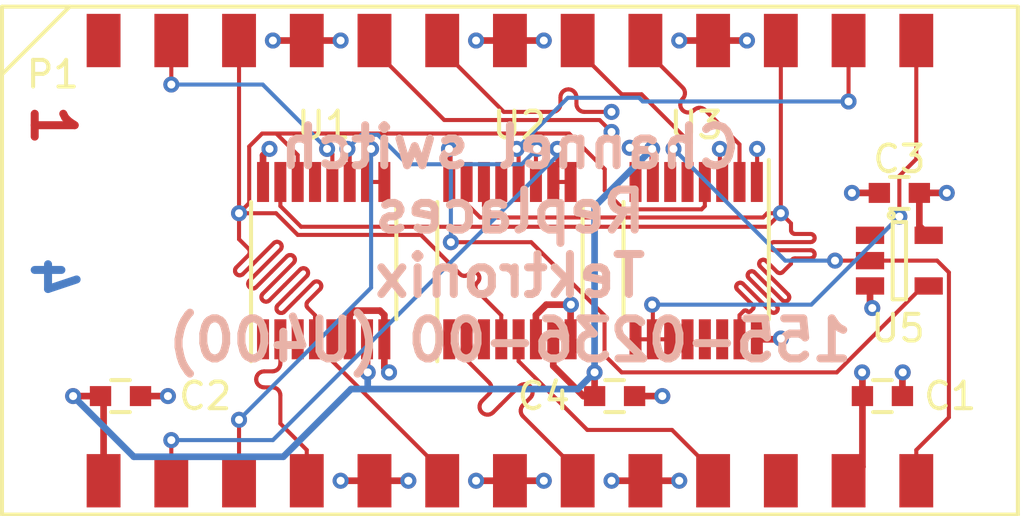
<source format=kicad_pcb>
(kicad_pcb (version 4) (host pcbnew 4.0.2-2.fc24-product)

  (general
    (links 56)
    (no_connects 0)
    (area 85.089499 87.629499 123.190501 106.680501)
    (thickness 1.2)
    (drawings 9)
    (tracks 793)
    (zones 0)
    (modules 9)
    (nets 32)
  )

  (page A4)
  (layers
    (0 F.Cu signal)
    (1 In1.Cu power)
    (2 In2.Cu power)
    (31 B.Cu signal)
    (32 B.Adhes user)
    (33 F.Adhes user)
    (34 B.Paste user)
    (35 F.Paste user)
    (36 B.SilkS user)
    (37 F.SilkS user)
    (38 B.Mask user)
    (39 F.Mask user)
    (40 Dwgs.User user)
    (41 Cmts.User user)
    (42 Eco1.User user)
    (43 Eco2.User user)
    (44 Edge.Cuts user)
    (45 Margin user)
    (46 B.CrtYd user)
    (47 F.CrtYd user)
    (48 B.Fab user)
    (49 F.Fab user)
  )

  (setup
    (last_trace_width 0.25)
    (trace_clearance 0.2)
    (zone_clearance 0.3)
    (zone_45_only no)
    (trace_min 0.1524)
    (segment_width 0.2)
    (edge_width 0.15)
    (via_size 0.6)
    (via_drill 0.3)
    (via_min_size 0.4)
    (via_min_drill 0.3)
    (blind_buried_vias_allowed yes)
    (uvia_size 0.3)
    (uvia_drill 0.1)
    (uvias_allowed no)
    (uvia_min_size 0.2)
    (uvia_min_drill 0.1)
    (pcb_text_width 0.3)
    (pcb_text_size 1.5 1.5)
    (mod_edge_width 0.15)
    (mod_text_size 1 1)
    (mod_text_width 0.15)
    (pad_size 1.524 1.524)
    (pad_drill 0.762)
    (pad_to_mask_clearance 0.1524)
    (aux_axis_origin 0 0)
    (grid_origin 129.54 127)
    (visible_elements FFFFFF7F)
    (pcbplotparams
      (layerselection 0x00030_80000001)
      (usegerberextensions false)
      (excludeedgelayer true)
      (linewidth 0.100000)
      (plotframeref false)
      (viasonmask false)
      (mode 1)
      (useauxorigin false)
      (hpglpennumber 1)
      (hpglpenspeed 20)
      (hpglpendiameter 15)
      (hpglpenoverlay 2)
      (psnegative false)
      (psa4output false)
      (plotreference true)
      (plotvalue true)
      (plotinvisibletext false)
      (padsonsilk false)
      (subtractmaskfromsilk false)
      (outputformat 1)
      (mirror false)
      (drillshape 0)
      (scaleselection 1)
      (outputdirectory ""))
  )

  (net 0 "")
  (net 1 /CH_5-)
  (net 2 /OUT-)
  (net 3 GND)
  (net 4 /CH_4-)
  (net 5 /CH_4+)
  (net 6 /CH_3-)
  (net 7 /CH_3+)
  (net 8 /OUT+)
  (net 9 /CH_5+)
  (net 10 /~VS3)
  (net 11 /~VS4)
  (net 12 VCC)
  (net 13 /CH_2-)
  (net 14 /CH_2+)
  (net 15 /CH_1-)
  (net 16 /CH_1+)
  (net 17 /~VS1)
  (net 18 /~VS2)
  (net 19 VEE)
  (net 20 /~CH5_SEL)
  (net 21 /I_BIAS)
  (net 22 /HF_ADJ)
  (net 23 "Net-(U1-Pad1)")
  (net 24 "Net-(U1-Pad3)")
  (net 25 "Net-(U1-Pad13)")
  (net 26 "Net-(U2-Pad1)")
  (net 27 "Net-(U2-Pad3)")
  (net 28 "Net-(U2-Pad13)")
  (net 29 "Net-(U3-Pad12)")
  (net 30 "Net-(U3-Pad13)")
  (net 31 "Net-(U3-Pad14)")

  (net_class Default "This is the default net class."
    (clearance 0.2)
    (trace_width 0.25)
    (via_dia 0.6)
    (via_drill 0.3)
    (uvia_dia 0.3)
    (uvia_drill 0.1)
    (add_net /HF_ADJ)
    (add_net /I_BIAS)
    (add_net GND)
    (add_net "Net-(U1-Pad1)")
    (add_net "Net-(U1-Pad13)")
    (add_net "Net-(U1-Pad3)")
    (add_net "Net-(U2-Pad1)")
    (add_net "Net-(U2-Pad13)")
    (add_net "Net-(U2-Pad3)")
    (add_net "Net-(U3-Pad12)")
    (add_net "Net-(U3-Pad13)")
    (add_net "Net-(U3-Pad14)")
    (add_net VCC)
    (add_net VEE)
  )

  (net_class Differentials ""
    (clearance 0.1524)
    (trace_width 0.1524)
    (via_dia 0.6)
    (via_drill 0.3)
    (uvia_dia 0.3)
    (uvia_drill 0.1)
    (add_net /CH_1+)
    (add_net /CH_1-)
    (add_net /CH_2+)
    (add_net /CH_2-)
    (add_net /CH_3+)
    (add_net /CH_3-)
    (add_net /CH_4+)
    (add_net /CH_4-)
    (add_net /CH_5+)
    (add_net /CH_5-)
    (add_net /OUT+)
    (add_net /OUT-)
  )

  (net_class Logic ""
    (clearance 0.1524)
    (trace_width 0.1524)
    (via_dia 0.6)
    (via_drill 0.3)
    (uvia_dia 0.3)
    (uvia_drill 0.1)
    (add_net /~CH5_SEL)
    (add_net /~VS1)
    (add_net /~VS2)
    (add_net /~VS3)
    (add_net /~VS4)
  )

  (module Housings_SSOP:TSSOP-16_4.4x5mm_Pitch0.65mm locked (layer F.Cu) (tedit 54130A77) (tstamp 5770310C)
    (at 104.14 97.155 90)
    (descr "16-Lead Plastic Thin Shrink Small Outline (ST)-4.4 mm Body [TSSOP] (see Microchip Packaging Specification 00000049BS.pdf)")
    (tags "SSOP 0.65")
    (path /57702D87)
    (attr smd)
    (fp_text reference U2 (at 5.08 0.355 180) (layer F.SilkS)
      (effects (font (size 1 1) (thickness 0.15)))
    )
    (fp_text value DG4053 (at 0 3.55 90) (layer F.Fab)
      (effects (font (size 1 1) (thickness 0.15)))
    )
    (fp_line (start -3.95 -2.8) (end -3.95 2.8) (layer F.CrtYd) (width 0.05))
    (fp_line (start 3.95 -2.8) (end 3.95 2.8) (layer F.CrtYd) (width 0.05))
    (fp_line (start -3.95 -2.8) (end 3.95 -2.8) (layer F.CrtYd) (width 0.05))
    (fp_line (start -3.95 2.8) (end 3.95 2.8) (layer F.CrtYd) (width 0.05))
    (fp_line (start -2.2 2.725) (end 2.2 2.725) (layer F.SilkS) (width 0.15))
    (fp_line (start -3.775 -2.725) (end 2.2 -2.725) (layer F.SilkS) (width 0.15))
    (pad 1 smd rect (at -2.95 -2.275 90) (size 1.5 0.45) (layers F.Cu F.Paste F.Mask)
      (net 26 "Net-(U2-Pad1)"))
    (pad 2 smd rect (at -2.95 -1.625 90) (size 1.5 0.45) (layers F.Cu F.Paste F.Mask)
      (net 14 /CH_2+))
    (pad 3 smd rect (at -2.95 -0.975 90) (size 1.5 0.45) (layers F.Cu F.Paste F.Mask)
      (net 27 "Net-(U2-Pad3)"))
    (pad 4 smd rect (at -2.95 -0.325 90) (size 1.5 0.45) (layers F.Cu F.Paste F.Mask)
      (net 2 /OUT-))
    (pad 5 smd rect (at -2.95 0.325 90) (size 1.5 0.45) (layers F.Cu F.Paste F.Mask)
      (net 13 /CH_2-))
    (pad 6 smd rect (at -2.95 0.975 90) (size 1.5 0.45) (layers F.Cu F.Paste F.Mask)
      (net 3 GND))
    (pad 7 smd rect (at -2.95 1.625 90) (size 1.5 0.45) (layers F.Cu F.Paste F.Mask)
      (net 19 VEE))
    (pad 8 smd rect (at -2.95 2.275 90) (size 1.5 0.45) (layers F.Cu F.Paste F.Mask)
      (net 3 GND))
    (pad 9 smd rect (at 2.95 2.275 90) (size 1.5 0.45) (layers F.Cu F.Paste F.Mask)
      (net 18 /~VS2))
    (pad 10 smd rect (at 2.95 1.625 90) (size 1.5 0.45) (layers F.Cu F.Paste F.Mask)
      (net 18 /~VS2))
    (pad 11 smd rect (at 2.95 0.975 90) (size 1.5 0.45) (layers F.Cu F.Paste F.Mask)
      (net 20 /~CH5_SEL))
    (pad 12 smd rect (at 2.95 0.325 90) (size 1.5 0.45) (layers F.Cu F.Paste F.Mask)
      (net 9 /CH_5+))
    (pad 13 smd rect (at 2.95 -0.325 90) (size 1.5 0.45) (layers F.Cu F.Paste F.Mask)
      (net 28 "Net-(U2-Pad13)"))
    (pad 14 smd rect (at 2.95 -0.975 90) (size 1.5 0.45) (layers F.Cu F.Paste F.Mask)
      (net 8 /OUT+))
    (pad 15 smd rect (at 2.95 -1.625 90) (size 1.5 0.45) (layers F.Cu F.Paste F.Mask)
      (net 8 /OUT+))
    (pad 16 smd rect (at 2.95 -2.275 90) (size 1.5 0.45) (layers F.Cu F.Paste F.Mask)
      (net 12 VCC))
    (model Housings_SSOP.3dshapes/TSSOP-16_4.4x5mm_Pitch0.65mm.wrl
      (at (xyz 0 0 0))
      (scale (xyz 1 1 1))
      (rotate (xyz 0 0 0))
    )
  )

  (module Housings_SSOP:TSSOP-16_4.4x5mm_Pitch0.65mm (layer F.Cu) (tedit 54130A77) (tstamp 5770311F)
    (at 111.125 97.155 270)
    (descr "16-Lead Plastic Thin Shrink Small Outline (ST)-4.4 mm Body [TSSOP] (see Microchip Packaging Specification 00000049BS.pdf)")
    (tags "SSOP 0.65")
    (path /57702EBA)
    (attr smd)
    (fp_text reference U3 (at -5.08 0 360) (layer F.SilkS)
      (effects (font (size 1 1) (thickness 0.15)))
    )
    (fp_text value DG4053 (at 0 3.55 270) (layer F.Fab)
      (effects (font (size 1 1) (thickness 0.15)))
    )
    (fp_line (start -3.95 -2.8) (end -3.95 2.8) (layer F.CrtYd) (width 0.05))
    (fp_line (start 3.95 -2.8) (end 3.95 2.8) (layer F.CrtYd) (width 0.05))
    (fp_line (start -3.95 -2.8) (end 3.95 -2.8) (layer F.CrtYd) (width 0.05))
    (fp_line (start -3.95 2.8) (end 3.95 2.8) (layer F.CrtYd) (width 0.05))
    (fp_line (start -2.2 2.725) (end 2.2 2.725) (layer F.SilkS) (width 0.15))
    (fp_line (start -3.775 -2.725) (end 2.2 -2.725) (layer F.SilkS) (width 0.15))
    (pad 1 smd rect (at -2.95 -2.275 270) (size 1.5 0.45) (layers F.Cu F.Paste F.Mask)
      (net 5 /CH_4+))
    (pad 2 smd rect (at -2.95 -1.625 270) (size 1.5 0.45) (layers F.Cu F.Paste F.Mask)
      (net 7 /CH_3+))
    (pad 3 smd rect (at -2.95 -0.975 270) (size 1.5 0.45) (layers F.Cu F.Paste F.Mask)
      (net 4 /CH_4-))
    (pad 4 smd rect (at -2.95 -0.325 270) (size 1.5 0.45) (layers F.Cu F.Paste F.Mask)
      (net 2 /OUT-))
    (pad 5 smd rect (at -2.95 0.325 270) (size 1.5 0.45) (layers F.Cu F.Paste F.Mask)
      (net 6 /CH_3-))
    (pad 6 smd rect (at -2.95 0.975 270) (size 1.5 0.45) (layers F.Cu F.Paste F.Mask)
      (net 11 /~VS4))
    (pad 7 smd rect (at -2.95 1.625 270) (size 1.5 0.45) (layers F.Cu F.Paste F.Mask)
      (net 19 VEE))
    (pad 8 smd rect (at -2.95 2.275 270) (size 1.5 0.45) (layers F.Cu F.Paste F.Mask)
      (net 3 GND))
    (pad 9 smd rect (at 2.95 2.275 270) (size 1.5 0.45) (layers F.Cu F.Paste F.Mask)
      (net 10 /~VS3))
    (pad 10 smd rect (at 2.95 1.625 270) (size 1.5 0.45) (layers F.Cu F.Paste F.Mask)
      (net 10 /~VS3))
    (pad 11 smd rect (at 2.95 0.975 270) (size 1.5 0.45) (layers F.Cu F.Paste F.Mask)
      (net 10 /~VS3))
    (pad 12 smd rect (at 2.95 0.325 270) (size 1.5 0.45) (layers F.Cu F.Paste F.Mask)
      (net 29 "Net-(U3-Pad12)"))
    (pad 13 smd rect (at 2.95 -0.325 270) (size 1.5 0.45) (layers F.Cu F.Paste F.Mask)
      (net 30 "Net-(U3-Pad13)"))
    (pad 14 smd rect (at 2.95 -0.975 270) (size 1.5 0.45) (layers F.Cu F.Paste F.Mask)
      (net 31 "Net-(U3-Pad14)"))
    (pad 15 smd rect (at 2.95 -1.625 270) (size 1.5 0.45) (layers F.Cu F.Paste F.Mask)
      (net 8 /OUT+))
    (pad 16 smd rect (at 2.95 -2.275 270) (size 1.5 0.45) (layers F.Cu F.Paste F.Mask)
      (net 12 VCC))
    (model Housings_SSOP.3dshapes/TSSOP-16_4.4x5mm_Pitch0.65mm.wrl
      (at (xyz 0 0 0))
      (scale (xyz 1 1 1))
      (rotate (xyz 0 0 0))
    )
  )

  (module Capacitors_SMD:C_0603 (layer F.Cu) (tedit 5415D631) (tstamp 577030E6)
    (at 118.11 102.235)
    (descr "Capacitor SMD 0603, reflow soldering, AVX (see smccp.pdf)")
    (tags "capacitor 0603")
    (path /576F76A0)
    (attr smd)
    (fp_text reference C1 (at 2.54 0) (layer F.SilkS)
      (effects (font (size 1 1) (thickness 0.15)))
    )
    (fp_text value C (at 0 1.9) (layer F.Fab)
      (effects (font (size 1 1) (thickness 0.15)))
    )
    (fp_line (start -1.45 -0.75) (end 1.45 -0.75) (layer F.CrtYd) (width 0.05))
    (fp_line (start -1.45 0.75) (end 1.45 0.75) (layer F.CrtYd) (width 0.05))
    (fp_line (start -1.45 -0.75) (end -1.45 0.75) (layer F.CrtYd) (width 0.05))
    (fp_line (start 1.45 -0.75) (end 1.45 0.75) (layer F.CrtYd) (width 0.05))
    (fp_line (start -0.35 -0.6) (end 0.35 -0.6) (layer F.SilkS) (width 0.15))
    (fp_line (start 0.35 0.6) (end -0.35 0.6) (layer F.SilkS) (width 0.15))
    (pad 1 smd rect (at -0.75 0) (size 0.8 0.75) (layers F.Cu F.Paste F.Mask)
      (net 12 VCC))
    (pad 2 smd rect (at 0.75 0) (size 0.8 0.75) (layers F.Cu F.Paste F.Mask)
      (net 3 GND))
    (model Capacitors_SMD.3dshapes/C_0603.wrl
      (at (xyz 0 0 0))
      (scale (xyz 1 1 1))
      (rotate (xyz 0 0 0))
    )
  )

  (module Capacitors_SMD:C_0603 (layer F.Cu) (tedit 5415D631) (tstamp 577030EC)
    (at 89.535 102.235 180)
    (descr "Capacitor SMD 0603, reflow soldering, AVX (see smccp.pdf)")
    (tags "capacitor 0603")
    (path /576F7721)
    (attr smd)
    (fp_text reference C2 (at -3.175 0 180) (layer F.SilkS)
      (effects (font (size 1 1) (thickness 0.15)))
    )
    (fp_text value C (at 0 1.9 180) (layer F.Fab)
      (effects (font (size 1 1) (thickness 0.15)))
    )
    (fp_line (start -1.45 -0.75) (end 1.45 -0.75) (layer F.CrtYd) (width 0.05))
    (fp_line (start -1.45 0.75) (end 1.45 0.75) (layer F.CrtYd) (width 0.05))
    (fp_line (start -1.45 -0.75) (end -1.45 0.75) (layer F.CrtYd) (width 0.05))
    (fp_line (start 1.45 -0.75) (end 1.45 0.75) (layer F.CrtYd) (width 0.05))
    (fp_line (start -0.35 -0.6) (end 0.35 -0.6) (layer F.SilkS) (width 0.15))
    (fp_line (start 0.35 0.6) (end -0.35 0.6) (layer F.SilkS) (width 0.15))
    (pad 1 smd rect (at -0.75 0 180) (size 0.8 0.75) (layers F.Cu F.Paste F.Mask)
      (net 3 GND))
    (pad 2 smd rect (at 0.75 0 180) (size 0.8 0.75) (layers F.Cu F.Paste F.Mask)
      (net 19 VEE))
    (model Capacitors_SMD.3dshapes/C_0603.wrl
      (at (xyz 0 0 0))
      (scale (xyz 1 1 1))
      (rotate (xyz 0 0 0))
    )
  )

  (module Capacitors_SMD:C_0603 (layer F.Cu) (tedit 5415D631) (tstamp 577030F2)
    (at 118.745 94.615 180)
    (descr "Capacitor SMD 0603, reflow soldering, AVX (see smccp.pdf)")
    (tags "capacitor 0603")
    (path /576F76DD)
    (attr smd)
    (fp_text reference C3 (at 0 1.27 180) (layer F.SilkS)
      (effects (font (size 1 1) (thickness 0.15)))
    )
    (fp_text value C (at 0 1.9 180) (layer F.Fab)
      (effects (font (size 1 1) (thickness 0.15)))
    )
    (fp_line (start -1.45 -0.75) (end 1.45 -0.75) (layer F.CrtYd) (width 0.05))
    (fp_line (start -1.45 0.75) (end 1.45 0.75) (layer F.CrtYd) (width 0.05))
    (fp_line (start -1.45 -0.75) (end -1.45 0.75) (layer F.CrtYd) (width 0.05))
    (fp_line (start 1.45 -0.75) (end 1.45 0.75) (layer F.CrtYd) (width 0.05))
    (fp_line (start -0.35 -0.6) (end 0.35 -0.6) (layer F.SilkS) (width 0.15))
    (fp_line (start 0.35 0.6) (end -0.35 0.6) (layer F.SilkS) (width 0.15))
    (pad 1 smd rect (at -0.75 0 180) (size 0.8 0.75) (layers F.Cu F.Paste F.Mask)
      (net 12 VCC))
    (pad 2 smd rect (at 0.75 0 180) (size 0.8 0.75) (layers F.Cu F.Paste F.Mask)
      (net 3 GND))
    (model Capacitors_SMD.3dshapes/C_0603.wrl
      (at (xyz 0 0 0))
      (scale (xyz 1 1 1))
      (rotate (xyz 0 0 0))
    )
  )

  (module Capacitors_SMD:C_0603 (layer F.Cu) (tedit 5415D631) (tstamp 577030F8)
    (at 108.065 102.235 180)
    (descr "Capacitor SMD 0603, reflow soldering, AVX (see smccp.pdf)")
    (tags "capacitor 0603")
    (path /576F76FE)
    (attr smd)
    (fp_text reference C4 (at 2.655 0 180) (layer F.SilkS)
      (effects (font (size 1 1) (thickness 0.15)))
    )
    (fp_text value C (at 0 1.9 180) (layer F.Fab)
      (effects (font (size 1 1) (thickness 0.15)))
    )
    (fp_line (start -1.45 -0.75) (end 1.45 -0.75) (layer F.CrtYd) (width 0.05))
    (fp_line (start -1.45 0.75) (end 1.45 0.75) (layer F.CrtYd) (width 0.05))
    (fp_line (start -1.45 -0.75) (end -1.45 0.75) (layer F.CrtYd) (width 0.05))
    (fp_line (start 1.45 -0.75) (end 1.45 0.75) (layer F.CrtYd) (width 0.05))
    (fp_line (start -0.35 -0.6) (end 0.35 -0.6) (layer F.SilkS) (width 0.15))
    (fp_line (start 0.35 0.6) (end -0.35 0.6) (layer F.SilkS) (width 0.15))
    (pad 1 smd rect (at -0.75 0 180) (size 0.8 0.75) (layers F.Cu F.Paste F.Mask)
      (net 3 GND))
    (pad 2 smd rect (at 0.75 0 180) (size 0.8 0.75) (layers F.Cu F.Paste F.Mask)
      (net 19 VEE))
    (model Capacitors_SMD.3dshapes/C_0603.wrl
      (at (xyz 0 0 0))
      (scale (xyz 1 1 1))
      (rotate (xyz 0 0 0))
    )
  )

  (module Housings_SSOP:TSSOP-16_4.4x5mm_Pitch0.65mm (layer F.Cu) (tedit 54130A77) (tstamp 577030F9)
    (at 97.155 97.155 90)
    (descr "16-Lead Plastic Thin Shrink Small Outline (ST)-4.4 mm Body [TSSOP] (see Microchip Packaging Specification 00000049BS.pdf)")
    (tags "SSOP 0.65")
    (path /57701E19)
    (attr smd)
    (fp_text reference U1 (at 5.08 0 180) (layer F.SilkS)
      (effects (font (size 1 1) (thickness 0.15)))
    )
    (fp_text value DG4053 (at 0 3.55 90) (layer F.Fab)
      (effects (font (size 1 1) (thickness 0.15)))
    )
    (fp_line (start -3.95 -2.8) (end -3.95 2.8) (layer F.CrtYd) (width 0.05))
    (fp_line (start 3.95 -2.8) (end 3.95 2.8) (layer F.CrtYd) (width 0.05))
    (fp_line (start -3.95 -2.8) (end 3.95 -2.8) (layer F.CrtYd) (width 0.05))
    (fp_line (start -3.95 2.8) (end 3.95 2.8) (layer F.CrtYd) (width 0.05))
    (fp_line (start -2.2 2.725) (end 2.2 2.725) (layer F.SilkS) (width 0.15))
    (fp_line (start -3.775 -2.725) (end 2.2 -2.725) (layer F.SilkS) (width 0.15))
    (pad 1 smd rect (at -2.95 -2.275 90) (size 1.5 0.45) (layers F.Cu F.Paste F.Mask)
      (net 23 "Net-(U1-Pad1)"))
    (pad 2 smd rect (at -2.95 -1.625 90) (size 1.5 0.45) (layers F.Cu F.Paste F.Mask)
      (net 16 /CH_1+))
    (pad 3 smd rect (at -2.95 -0.975 90) (size 1.5 0.45) (layers F.Cu F.Paste F.Mask)
      (net 24 "Net-(U1-Pad3)"))
    (pad 4 smd rect (at -2.95 -0.325 90) (size 1.5 0.45) (layers F.Cu F.Paste F.Mask)
      (net 2 /OUT-))
    (pad 5 smd rect (at -2.95 0.325 90) (size 1.5 0.45) (layers F.Cu F.Paste F.Mask)
      (net 15 /CH_1-))
    (pad 6 smd rect (at -2.95 0.975 90) (size 1.5 0.45) (layers F.Cu F.Paste F.Mask)
      (net 3 GND))
    (pad 7 smd rect (at -2.95 1.625 90) (size 1.5 0.45) (layers F.Cu F.Paste F.Mask)
      (net 19 VEE))
    (pad 8 smd rect (at -2.95 2.275 90) (size 1.5 0.45) (layers F.Cu F.Paste F.Mask)
      (net 3 GND))
    (pad 9 smd rect (at 2.95 2.275 90) (size 1.5 0.45) (layers F.Cu F.Paste F.Mask)
      (net 17 /~VS1))
    (pad 10 smd rect (at 2.95 1.625 90) (size 1.5 0.45) (layers F.Cu F.Paste F.Mask)
      (net 17 /~VS1))
    (pad 11 smd rect (at 2.95 0.975 90) (size 1.5 0.45) (layers F.Cu F.Paste F.Mask)
      (net 20 /~CH5_SEL))
    (pad 12 smd rect (at 2.95 0.325 90) (size 1.5 0.45) (layers F.Cu F.Paste F.Mask)
      (net 1 /CH_5-))
    (pad 13 smd rect (at 2.95 -0.325 90) (size 1.5 0.45) (layers F.Cu F.Paste F.Mask)
      (net 25 "Net-(U1-Pad13)"))
    (pad 14 smd rect (at 2.95 -0.975 90) (size 1.5 0.45) (layers F.Cu F.Paste F.Mask)
      (net 2 /OUT-))
    (pad 15 smd rect (at 2.95 -1.625 90) (size 1.5 0.45) (layers F.Cu F.Paste F.Mask)
      (net 8 /OUT+))
    (pad 16 smd rect (at 2.95 -2.275 90) (size 1.5 0.45) (layers F.Cu F.Paste F.Mask)
      (net 12 VCC))
    (model Housings_SSOP.3dshapes/TSSOP-16_4.4x5mm_Pitch0.65mm.wrl
      (at (xyz 0 0 0))
      (scale (xyz 1 1 1))
      (rotate (xyz 0 0 0))
    )
  )

  (module TO_SOT_Packages_SMD:SOT-23-5 (layer F.Cu) (tedit 55360473) (tstamp 5773E889)
    (at 118.745 97.155)
    (descr "5-pin SOT23 package")
    (tags SOT-23-5)
    (path /5770BAD5)
    (attr smd)
    (fp_text reference U5 (at -0.05 2.54) (layer F.SilkS)
      (effects (font (size 1 1) (thickness 0.15)))
    )
    (fp_text value 74AHC1G00 (at -0.05 2.35) (layer F.Fab)
      (effects (font (size 1 1) (thickness 0.15)))
    )
    (fp_line (start -1.8 -1.6) (end 1.8 -1.6) (layer F.CrtYd) (width 0.05))
    (fp_line (start 1.8 -1.6) (end 1.8 1.6) (layer F.CrtYd) (width 0.05))
    (fp_line (start 1.8 1.6) (end -1.8 1.6) (layer F.CrtYd) (width 0.05))
    (fp_line (start -1.8 1.6) (end -1.8 -1.6) (layer F.CrtYd) (width 0.05))
    (fp_circle (center -0.3 -1.7) (end -0.2 -1.7) (layer F.SilkS) (width 0.15))
    (fp_line (start 0.25 -1.45) (end -0.25 -1.45) (layer F.SilkS) (width 0.15))
    (fp_line (start 0.25 1.45) (end 0.25 -1.45) (layer F.SilkS) (width 0.15))
    (fp_line (start -0.25 1.45) (end 0.25 1.45) (layer F.SilkS) (width 0.15))
    (fp_line (start -0.25 -1.45) (end -0.25 1.45) (layer F.SilkS) (width 0.15))
    (pad 1 smd rect (at -1.1 -0.95) (size 1.06 0.65) (layers F.Cu F.Paste F.Mask)
      (net 10 /~VS3))
    (pad 2 smd rect (at -1.1 0) (size 1.06 0.65) (layers F.Cu F.Paste F.Mask)
      (net 11 /~VS4))
    (pad 3 smd rect (at -1.1 0.95) (size 1.06 0.65) (layers F.Cu F.Paste F.Mask)
      (net 3 GND))
    (pad 4 smd rect (at 1.1 0.95) (size 1.06 0.65) (layers F.Cu F.Paste F.Mask)
      (net 20 /~CH5_SEL))
    (pad 5 smd rect (at 1.1 -0.95) (size 1.06 0.65) (layers F.Cu F.Paste F.Mask)
      (net 12 VCC))
    (model TO_SOT_Packages_SMD.3dshapes/SOT-23-5.wrl
      (at (xyz 0 0 0))
      (scale (xyz 1 1 1))
      (rotate (xyz 0 0 0))
    )
  )

  (module "Tek hybrids:Tek-DIL-26" locked (layer B.Cu) (tedit 576EB536) (tstamp 57A9E6C9)
    (at 123.19 87.63 180)
    (path /579E835F)
    (fp_text reference P1 (at 36.195 -2.54 180) (layer F.SilkS)
      (effects (font (size 1 1) (thickness 0.15)))
    )
    (fp_text value DIL_26_PINS (at 5.08 -5.08 180) (layer B.Fab)
      (effects (font (size 1 1) (thickness 0.15)) (justify mirror))
    )
    (fp_line (start 35.56 0) (end 38.1 -2.54) (layer F.SilkS) (width 0.15))
    (fp_line (start 38.1 0) (end 0 0) (layer F.CrtYd) (width 0.15))
    (fp_line (start 38.1 -3.175) (end 38.1 0) (layer F.CrtYd) (width 0.15))
    (fp_line (start 0 -3.175) (end 38.1 -3.175) (layer F.CrtYd) (width 0.15))
    (fp_line (start 0 0) (end 0 -3.175) (layer F.CrtYd) (width 0.15))
    (fp_line (start 38.1 -19.05) (end 0 -19.05) (layer F.CrtYd) (width 0.15))
    (fp_line (start 38.1 -15.875) (end 38.1 -19.05) (layer F.CrtYd) (width 0.15))
    (fp_line (start 0 -15.875) (end 38.1 -15.875) (layer F.CrtYd) (width 0.15))
    (fp_line (start 0 -19.05) (end 0 -15.875) (layer F.CrtYd) (width 0.15))
    (fp_line (start 38.1 0) (end 0 0) (layer F.SilkS) (width 0.15))
    (fp_line (start 38.1 -19.05) (end 38.1 0) (layer F.SilkS) (width 0.15))
    (fp_line (start 0 -19.05) (end 38.1 -19.05) (layer F.SilkS) (width 0.15))
    (fp_line (start 0 0) (end 0 -19.05) (layer F.SilkS) (width 0.15))
    (pad 13 connect rect (at 3.81 -1.27 180) (size 1.27 2) (layers F.Cu F.Mask)
      (net 10 /~VS3))
    (pad 12 connect rect (at 6.35 -1.27 180) (size 1.27 2) (layers F.Cu F.Mask)
      (net 9 /CH_5+))
    (pad 11 connect rect (at 8.89 -1.27 180) (size 1.27 2) (layers F.Cu F.Mask)
      (net 8 /OUT+))
    (pad 10 connect rect (at 11.43 -1.27 180) (size 1.27 2) (layers F.Cu F.Mask)
      (net 3 GND))
    (pad 9 connect rect (at 13.97 -1.27 180) (size 1.27 2) (layers F.Cu F.Mask)
      (net 7 /CH_3+))
    (pad 8 connect rect (at 16.51 -1.27 180) (size 1.27 2) (layers F.Cu F.Mask)
      (net 6 /CH_3-))
    (pad 7 connect rect (at 19.05 -1.27 180) (size 1.27 2) (layers F.Cu F.Mask)
      (net 3 GND))
    (pad 6 connect rect (at 21.59 -1.27 180) (size 1.27 2) (layers F.Cu F.Mask)
      (net 5 /CH_4+))
    (pad 5 connect rect (at 24.13 -1.27 180) (size 1.27 2) (layers F.Cu F.Mask)
      (net 4 /CH_4-))
    (pad 4 connect rect (at 26.67 -1.27 180) (size 1.27 2) (layers F.Cu F.Mask)
      (net 3 GND))
    (pad 3 connect rect (at 29.21 -1.27 180) (size 1.27 2) (layers F.Cu F.Mask)
      (net 2 /OUT-))
    (pad 2 connect rect (at 31.75 -1.27 180) (size 1.27 2) (layers F.Cu F.Mask)
      (net 1 /CH_5-))
    (pad 1 connect rect (at 34.29 -1.27 180) (size 1.27 2) (layers F.Cu F.Mask)
      (net 21 /I_BIAS))
    (pad 26 connect rect (at 34.29 -17.78 180) (size 1.27 2) (layers F.Cu F.Mask)
      (net 19 VEE))
    (pad 25 connect rect (at 31.75 -17.78 180) (size 1.27 2) (layers F.Cu F.Mask)
      (net 18 /~VS2))
    (pad 24 connect rect (at 29.21 -17.78 180) (size 1.27 2) (layers F.Cu F.Mask)
      (net 17 /~VS1))
    (pad 23 connect rect (at 26.67 -17.78 180) (size 1.27 2) (layers F.Cu F.Mask)
      (net 16 /CH_1+))
    (pad 22 connect rect (at 24.13 -17.78 180) (size 1.27 2) (layers F.Cu F.Mask)
      (net 3 GND))
    (pad 21 connect rect (at 21.59 -17.78 180) (size 1.27 2) (layers F.Cu F.Mask)
      (net 15 /CH_1-))
    (pad 20 connect rect (at 19.05 -17.78 180) (size 1.27 2) (layers F.Cu F.Mask)
      (net 3 GND))
    (pad 19 connect rect (at 16.51 -17.78 180) (size 1.27 2) (layers F.Cu F.Mask)
      (net 14 /CH_2+))
    (pad 18 connect rect (at 13.97 -17.78 180) (size 1.27 2) (layers F.Cu F.Mask)
      (net 3 GND))
    (pad 17 connect rect (at 11.43 -17.78 180) (size 1.27 2) (layers F.Cu F.Mask)
      (net 13 /CH_2-))
    (pad 16 connect rect (at 8.89 -17.78 180) (size 1.27 2) (layers F.Cu F.Mask)
      (net 22 /HF_ADJ))
    (pad 15 connect rect (at 6.35 -17.78 180) (size 1.27 2) (layers F.Cu F.Mask)
      (net 12 VCC))
    (pad 14 connect rect (at 3.81 -17.78 180) (size 1.27 2) (layers F.Cu F.Mask)
      (net 11 /~VS4))
  )

  (gr_text 4 (at 86.995 97.79 270) (layer B.Cu)
    (effects (font (size 1.5 1.5) (thickness 0.3)) (justify mirror))
  )
  (gr_text 3 (at 86.995 95.885 270) (layer In2.Cu)
    (effects (font (size 1.5 1.5) (thickness 0.3)))
  )
  (gr_text 2 (at 86.995 93.98 270) (layer In1.Cu)
    (effects (font (size 1.5 1.5) (thickness 0.3)))
  )
  (gr_text 1 (at 86.995 92.075 270) (layer F.Cu)
    (effects (font (size 1.5 1.5) (thickness 0.3)))
  )
  (gr_text "Channel switch\nReplaces\nTektronix\n155-0236-00 (U400)" (at 104.14 96.52) (layer B.SilkS)
    (effects (font (size 1.5 1.5) (thickness 0.3)) (justify mirror))
  )
  (gr_line (start 123.19 106.68) (end 85.09 106.68) (layer Edge.Cuts) (width 0.001))
  (gr_line (start 123.19 87.63) (end 123.19 106.68) (layer Edge.Cuts) (width 0.001))
  (gr_line (start 85.09 87.63) (end 123.19 87.63) (layer Edge.Cuts) (width 0.001))
  (gr_line (start 85.09 106.68) (end 85.09 87.63) (layer Edge.Cuts) (width 0.001))

  (segment (start 97.48 94.205) (end 97.48 93.162) (width 0.1524) (layer F.Cu) (net 1) (status 10))
  (segment (start 94.869 90.551) (end 97.282 92.964) (width 0.1524) (layer B.Cu) (net 1))
  (segment (start 97.48 93.162) (end 97.282 92.964) (width 0.1524) (layer F.Cu) (net 1))
  (segment (start 91.44 90.551) (end 94.869 90.551) (width 0.1524) (layer B.Cu) (net 1))
  (via (at 97.282 92.964) (size 0.6) (drill 0.3) (layers F.Cu B.Cu) (net 1))
  (segment (start 91.44 88.9) (end 91.44 90.551) (width 0.1524) (layer F.Cu) (net 1) (status 10))
  (via (at 91.44 90.551) (size 0.6) (drill 0.3) (layers F.Cu B.Cu) (net 1))
  (via (at 93.98 95.377) (size 0.6) (drill 0.3) (layers F.Cu B.Cu) (net 2))
  (segment (start 96.181344 96.18981) (end 95.368534 95.377) (width 0.1524) (layer F.Cu) (net 2))
  (segment (start 100.80221 96.18981) (end 96.181344 96.18981) (width 0.1524) (layer F.Cu) (net 2))
  (segment (start 102.358788 97.714877) (end 102.313393 97.693016) (width 0.1524) (layer F.Cu) (net 2))
  (segment (start 102.507413 97.714877) (end 102.458293 97.726089) (width 0.1524) (layer F.Cu) (net 2))
  (segment (start 102.313393 97.693016) (end 102.274003 97.661603) (width 0.1524) (layer F.Cu) (net 2))
  (segment (start 102.928516 97.643486) (end 102.889124 97.612072) (width 0.1524) (layer F.Cu) (net 2))
  (segment (start 102.843729 97.590211) (end 102.794608 97.578999) (width 0.1524) (layer F.Cu) (net 2))
  (segment (start 102.794608 97.578999) (end 102.744224 97.578999) (width 0.1524) (layer F.Cu) (net 2))
  (segment (start 102.695104 97.590211) (end 102.649709 97.612072) (width 0.1524) (layer F.Cu) (net 2))
  (segment (start 102.649709 97.612072) (end 102.610317 97.643486) (width 0.1524) (layer F.Cu) (net 2))
  (segment (start 102.552808 97.693016) (end 102.507413 97.714877) (width 0.1524) (layer F.Cu) (net 2))
  (segment (start 102.981791 97.728272) (end 102.95993 97.682877) (width 0.1524) (layer F.Cu) (net 2))
  (segment (start 102.845913 98.164092) (end 102.845913 98.113708) (width 0.1524) (layer F.Cu) (net 2))
  (segment (start 102.889124 97.612072) (end 102.843729 97.590211) (width 0.1524) (layer F.Cu) (net 2))
  (segment (start 102.744224 97.578999) (end 102.695104 97.590211) (width 0.1524) (layer F.Cu) (net 2))
  (segment (start 102.5922 97.661602) (end 102.552808 97.693016) (width 0.1524) (layer F.Cu) (net 2))
  (segment (start 102.407909 97.726089) (end 102.358788 97.714877) (width 0.1524) (layer F.Cu) (net 2))
  (segment (start 102.928516 97.961684) (end 102.95993 97.922292) (width 0.1524) (layer F.Cu) (net 2))
  (segment (start 102.9104 97.979801) (end 102.928516 97.961684) (width 0.1524) (layer F.Cu) (net 2))
  (segment (start 102.857125 98.064588) (end 102.878986 98.019193) (width 0.1524) (layer F.Cu) (net 2))
  (segment (start 102.845913 98.113708) (end 102.857125 98.064588) (width 0.1524) (layer F.Cu) (net 2))
  (segment (start 102.857125 98.213213) (end 102.845913 98.164092) (width 0.1524) (layer F.Cu) (net 2))
  (segment (start 102.981791 97.876897) (end 102.993003 97.827777) (width 0.1524) (layer F.Cu) (net 2))
  (segment (start 102.993003 97.827777) (end 102.993003 97.777393) (width 0.1524) (layer F.Cu) (net 2))
  (segment (start 95.368534 95.377) (end 93.98 95.377) (width 0.1524) (layer F.Cu) (net 2))
  (segment (start 102.458293 97.726089) (end 102.407909 97.726089) (width 0.1524) (layer F.Cu) (net 2))
  (segment (start 103.815 100.105) (end 103.815 99.2026) (width 0.1524) (layer F.Cu) (net 2) (status 10))
  (segment (start 102.993003 97.777393) (end 102.981791 97.728272) (width 0.1524) (layer F.Cu) (net 2))
  (segment (start 102.610317 97.643486) (end 102.5922 97.661602) (width 0.1524) (layer F.Cu) (net 2))
  (segment (start 102.274003 97.661603) (end 100.80221 96.18981) (width 0.1524) (layer F.Cu) (net 2))
  (segment (start 102.95993 97.922292) (end 102.981791 97.876897) (width 0.1524) (layer F.Cu) (net 2))
  (segment (start 102.878986 98.019193) (end 102.9104 97.979801) (width 0.1524) (layer F.Cu) (net 2))
  (segment (start 103.815 99.2026) (end 102.9104 98.298) (width 0.1524) (layer F.Cu) (net 2))
  (segment (start 102.9104 98.298) (end 102.878986 98.258608) (width 0.1524) (layer F.Cu) (net 2))
  (segment (start 102.878986 98.258608) (end 102.857125 98.213213) (width 0.1524) (layer F.Cu) (net 2))
  (segment (start 102.95993 97.682877) (end 102.928516 97.643486) (width 0.1524) (layer F.Cu) (net 2))
  (segment (start 96.83 100.105) (end 96.83 99.2026) (width 0.1524) (layer F.Cu) (net 2) (status 10))
  (segment (start 96.535966 98.902361) (end 96.518964 98.867055) (width 0.1524) (layer F.Cu) (net 2))
  (segment (start 96.83 99.2026) (end 96.5604 98.933) (width 0.1524) (layer F.Cu) (net 2))
  (segment (start 96.518964 98.867055) (end 96.510244 98.82885) (width 0.1524) (layer F.Cu) (net 2))
  (segment (start 95.652112 99.092618) (end 95.616805 99.109621) (width 0.1524) (layer F.Cu) (net 2))
  (segment (start 96.766296 97.984639) (end 96.189168 98.561768) (width 0.1524) (layer F.Cu) (net 2))
  (segment (start 96.518964 98.751457) (end 96.535966 98.71615) (width 0.1524) (layer F.Cu) (net 2))
  (segment (start 96.870446 97.934483) (end 96.832241 97.943203) (width 0.1524) (layer F.Cu) (net 2))
  (segment (start 96.5604 98.933) (end 96.535966 98.902361) (width 0.1524) (layer F.Cu) (net 2))
  (segment (start 97.05522 98.166182) (end 97.06394 98.127977) (width 0.1524) (layer F.Cu) (net 2))
  (segment (start 97.06394 98.127977) (end 97.06394 98.088789) (width 0.1524) (layer F.Cu) (net 2))
  (segment (start 97.05522 98.050584) (end 97.038217 98.015277) (width 0.1524) (layer F.Cu) (net 2))
  (segment (start 95.842291 96.953254) (end 95.806984 96.970256) (width 0.1524) (layer F.Cu) (net 2))
  (segment (start 96.023834 96.99469) (end 95.993195 96.970256) (width 0.1524) (layer F.Cu) (net 2))
  (segment (start 96.06527 97.060634) (end 96.048267 97.025328) (width 0.1524) (layer F.Cu) (net 2))
  (segment (start 95.578601 99.118342) (end 95.539413 99.118342) (width 0.1524) (layer F.Cu) (net 2))
  (segment (start 95.616805 99.109621) (end 95.578601 99.118342) (width 0.1524) (layer F.Cu) (net 2))
  (segment (start 97.038217 98.015277) (end 97.013784 97.984639) (width 0.1524) (layer F.Cu) (net 2))
  (segment (start 96.510244 98.789662) (end 96.518964 98.751457) (width 0.1524) (layer F.Cu) (net 2))
  (segment (start 95.393826 99.00224) (end 95.385107 98.964036) (width 0.1524) (layer F.Cu) (net 2))
  (segment (start 95.385107 98.924848) (end 95.393826 98.886642) (width 0.1524) (layer F.Cu) (net 2))
  (segment (start 95.941679 98.314279) (end 95.941681 98.314281) (width 0.1524) (layer F.Cu) (net 2))
  (segment (start 95.086426 98.668354) (end 95.051119 98.685357) (width 0.1524) (layer F.Cu) (net 2))
  (segment (start 96.909634 97.934483) (end 96.870446 97.934483) (width 0.1524) (layer F.Cu) (net 2))
  (segment (start 96.510244 98.82885) (end 96.510244 98.789662) (width 0.1524) (layer F.Cu) (net 2))
  (segment (start 94.51794 98.199103) (end 94.478752 98.199103) (width 0.1524) (layer F.Cu) (net 2))
  (segment (start 96.983145 97.960205) (end 96.947839 97.943203) (width 0.1524) (layer F.Cu) (net 2))
  (segment (start 96.535966 98.71615) (end 96.5604 98.685512) (width 0.1524) (layer F.Cu) (net 2))
  (segment (start 95.682751 99.068186) (end 95.652112 99.092618) (width 0.1524) (layer F.Cu) (net 2))
  (segment (start 95.501207 99.109621) (end 95.4659 99.092618) (width 0.1524) (layer F.Cu) (net 2))
  (segment (start 96.5604 98.685512) (end 97.013784 98.232127) (width 0.1524) (layer F.Cu) (net 2))
  (segment (start 95.435263 99.068186) (end 95.410828 99.037546) (width 0.1524) (layer F.Cu) (net 2))
  (segment (start 95.051119 98.685357) (end 95.012915 98.694078) (width 0.1524) (layer F.Cu) (net 2))
  (segment (start 96.832241 97.943203) (end 96.796934 97.960205) (width 0.1524) (layer F.Cu) (net 2))
  (segment (start 97.013784 98.232127) (end 97.038217 98.201489) (width 0.1524) (layer F.Cu) (net 2))
  (segment (start 97.038217 98.201489) (end 97.05522 98.166182) (width 0.1524) (layer F.Cu) (net 2))
  (segment (start 97.06394 98.088789) (end 97.05522 98.050584) (width 0.1524) (layer F.Cu) (net 2))
  (segment (start 96.947839 97.943203) (end 96.909634 97.934483) (width 0.1524) (layer F.Cu) (net 2))
  (segment (start 97.013784 97.984639) (end 96.983145 97.960205) (width 0.1524) (layer F.Cu) (net 2))
  (segment (start 95.539413 99.118342) (end 95.501207 99.109621) (width 0.1524) (layer F.Cu) (net 2))
  (segment (start 96.796934 97.960205) (end 96.766296 97.984639) (width 0.1524) (layer F.Cu) (net 2))
  (segment (start 96.189168 98.561768) (end 95.682751 99.068186) (width 0.1524) (layer F.Cu) (net 2))
  (segment (start 94.022965 97.704128) (end 93.983777 97.704128) (width 0.1524) (layer F.Cu) (net 2))
  (segment (start 95.4659 99.092618) (end 95.435263 99.068186) (width 0.1524) (layer F.Cu) (net 2))
  (segment (start 95.694193 98.066793) (end 95.117065 98.643922) (width 0.1524) (layer F.Cu) (net 2))
  (segment (start 95.410828 99.037546) (end 95.393826 99.00224) (width 0.1524) (layer F.Cu) (net 2))
  (segment (start 95.410829 98.851336) (end 95.435263 98.820698) (width 0.1524) (layer F.Cu) (net 2))
  (segment (start 96.560245 97.555609) (end 96.543242 97.520303) (width 0.1524) (layer F.Cu) (net 2))
  (segment (start 96.271321 97.489665) (end 95.694193 98.066793) (width 0.1524) (layer F.Cu) (net 2))
  (segment (start 94.973727 98.694078) (end 94.935521 98.685357) (width 0.1524) (layer F.Cu) (net 2))
  (segment (start 95.385107 98.964036) (end 95.385107 98.924848) (width 0.1524) (layer F.Cu) (net 2))
  (segment (start 95.919684 96.944534) (end 95.880496 96.944534) (width 0.1524) (layer F.Cu) (net 2))
  (segment (start 94.828142 98.462379) (end 94.845143 98.427071) (width 0.1524) (layer F.Cu) (net 2))
  (segment (start 96.560245 97.671207) (end 96.568965 97.633002) (width 0.1524) (layer F.Cu) (net 2))
  (segment (start 95.393826 98.886642) (end 95.410829 98.851336) (width 0.1524) (layer F.Cu) (net 2))
  (segment (start 95.435263 98.820698) (end 95.941679 98.314279) (width 0.1524) (layer F.Cu) (net 2))
  (segment (start 95.941681 98.314281) (end 96.518809 97.737152) (width 0.1524) (layer F.Cu) (net 2))
  (segment (start 96.518809 97.737152) (end 96.543242 97.706514) (width 0.1524) (layer F.Cu) (net 2))
  (segment (start 96.543242 97.706514) (end 96.560245 97.671207) (width 0.1524) (layer F.Cu) (net 2))
  (segment (start 96.568965 97.633002) (end 96.568965 97.593814) (width 0.1524) (layer F.Cu) (net 2))
  (segment (start 96.301959 97.465231) (end 96.271321 97.489665) (width 0.1524) (layer F.Cu) (net 2))
  (segment (start 96.568965 97.593814) (end 96.560245 97.555609) (width 0.1524) (layer F.Cu) (net 2))
  (segment (start 95.993195 96.970256) (end 95.957889 96.953254) (width 0.1524) (layer F.Cu) (net 2))
  (segment (start 96.543242 97.520303) (end 96.518809 97.489665) (width 0.1524) (layer F.Cu) (net 2))
  (segment (start 96.48817 97.465231) (end 96.452864 97.448229) (width 0.1524) (layer F.Cu) (net 2))
  (segment (start 96.452864 97.448229) (end 96.414659 97.439509) (width 0.1524) (layer F.Cu) (net 2))
  (segment (start 96.337266 97.448229) (end 96.301959 97.465231) (width 0.1524) (layer F.Cu) (net 2))
  (segment (start 96.518809 97.489665) (end 96.48817 97.465231) (width 0.1524) (layer F.Cu) (net 2))
  (segment (start 96.375471 97.439509) (end 96.337266 97.448229) (width 0.1524) (layer F.Cu) (net 2))
  (segment (start 96.414659 97.439509) (end 96.375471 97.439509) (width 0.1524) (layer F.Cu) (net 2))
  (segment (start 94.324446 98.005608) (end 94.333167 97.967404) (width 0.1524) (layer F.Cu) (net 2))
  (segment (start 95.117065 98.643922) (end 95.086426 98.668354) (width 0.1524) (layer F.Cu) (net 2))
  (segment (start 95.579015 96.643052) (end 95.579015 96.603864) (width 0.1524) (layer F.Cu) (net 2))
  (segment (start 94.440546 98.190382) (end 94.405241 98.17338) (width 0.1524) (layer F.Cu) (net 2))
  (segment (start 94.591451 98.173379) (end 94.556144 98.190382) (width 0.1524) (layer F.Cu) (net 2))
  (segment (start 95.806984 96.970256) (end 95.776346 96.99469) (width 0.1524) (layer F.Cu) (net 2))
  (segment (start 95.012915 98.694078) (end 94.973727 98.694078) (width 0.1524) (layer F.Cu) (net 2))
  (segment (start 93.838192 97.588027) (end 93.829471 97.549821) (width 0.1524) (layer F.Cu) (net 2))
  (segment (start 94.935521 98.685357) (end 94.900216 98.668355) (width 0.1524) (layer F.Cu) (net 2))
  (segment (start 94.900216 98.668355) (end 94.869577 98.643921) (width 0.1524) (layer F.Cu) (net 2))
  (segment (start 94.333012 96.953099) (end 94.357444 96.92246) (width 0.1524) (layer F.Cu) (net 2))
  (segment (start 94.845143 98.427071) (end 94.869577 98.396433) (width 0.1524) (layer F.Cu) (net 2))
  (segment (start 94.333167 97.967404) (end 94.350168 97.932096) (width 0.1524) (layer F.Cu) (net 2))
  (segment (start 94.333167 98.083002) (end 94.324446 98.044796) (width 0.1524) (layer F.Cu) (net 2))
  (segment (start 94.819421 98.500583) (end 94.828142 98.462379) (width 0.1524) (layer F.Cu) (net 2))
  (segment (start 94.869577 98.643921) (end 94.845144 98.613283) (width 0.1524) (layer F.Cu) (net 2))
  (segment (start 94.845144 98.613283) (end 94.828142 98.577977) (width 0.1524) (layer F.Cu) (net 2))
  (segment (start 95.385521 96.449559) (end 95.347316 96.458279) (width 0.1524) (layer F.Cu) (net 2))
  (segment (start 95.199218 97.571818) (end 94.62209 98.148947) (width 0.1524) (layer F.Cu) (net 2))
  (segment (start 96.07399 97.138027) (end 96.07399 97.098839) (width 0.1524) (layer F.Cu) (net 2))
  (segment (start 95.880496 96.944534) (end 95.842291 96.953254) (width 0.1524) (layer F.Cu) (net 2))
  (segment (start 96.023834 97.242177) (end 96.048267 97.211539) (width 0.1524) (layer F.Cu) (net 2))
  (segment (start 94.819421 98.539771) (end 94.819421 98.500583) (width 0.1524) (layer F.Cu) (net 2))
  (segment (start 95.462914 96.458279) (end 95.424709 96.449559) (width 0.1524) (layer F.Cu) (net 2))
  (segment (start 95.570295 96.681257) (end 95.579015 96.643052) (width 0.1524) (layer F.Cu) (net 2))
  (segment (start 96.048267 97.211539) (end 96.06527 97.176232) (width 0.1524) (layer F.Cu) (net 2))
  (segment (start 94.828142 98.577977) (end 94.819421 98.539771) (width 0.1524) (layer F.Cu) (net 2))
  (segment (start 93.983777 97.704128) (end 93.945571 97.695407) (width 0.1524) (layer F.Cu) (net 2))
  (segment (start 95.553292 96.716564) (end 95.570295 96.681257) (width 0.1524) (layer F.Cu) (net 2))
  (segment (start 96.048267 97.025328) (end 96.023834 96.99469) (width 0.1524) (layer F.Cu) (net 2))
  (segment (start 96.07399 97.098839) (end 96.06527 97.060634) (width 0.1524) (layer F.Cu) (net 2))
  (segment (start 94.869577 98.396433) (end 96.023834 97.242177) (width 0.1524) (layer F.Cu) (net 2))
  (segment (start 96.06527 97.176232) (end 96.07399 97.138027) (width 0.1524) (layer F.Cu) (net 2))
  (segment (start 95.957889 96.953254) (end 95.919684 96.944534) (width 0.1524) (layer F.Cu) (net 2))
  (segment (start 94.374602 98.148946) (end 94.350169 98.118308) (width 0.1524) (layer F.Cu) (net 2))
  (segment (start 94.478752 98.199103) (end 94.440546 98.190382) (width 0.1524) (layer F.Cu) (net 2))
  (segment (start 95.776346 96.99469) (end 95.199218 97.571818) (width 0.1524) (layer F.Cu) (net 2))
  (segment (start 94.62209 98.148947) (end 94.591451 98.173379) (width 0.1524) (layer F.Cu) (net 2))
  (segment (start 94.350169 98.118308) (end 94.333167 98.083002) (width 0.1524) (layer F.Cu) (net 2))
  (segment (start 94.556144 98.190382) (end 94.51794 98.199103) (width 0.1524) (layer F.Cu) (net 2))
  (segment (start 94.061169 97.695407) (end 94.022965 97.704128) (width 0.1524) (layer F.Cu) (net 2))
  (segment (start 94.405241 98.17338) (end 94.374602 98.148946) (width 0.1524) (layer F.Cu) (net 2))
  (segment (start 94.5805 97.200587) (end 94.127115 97.653972) (width 0.1524) (layer F.Cu) (net 2))
  (segment (start 95.570295 96.565659) (end 95.553292 96.530353) (width 0.1524) (layer F.Cu) (net 2))
  (segment (start 95.528859 96.747202) (end 95.553292 96.716564) (width 0.1524) (layer F.Cu) (net 2))
  (segment (start 94.324446 98.044796) (end 94.324446 98.005608) (width 0.1524) (layer F.Cu) (net 2))
  (segment (start 94.350168 97.932096) (end 94.374602 97.901458) (width 0.1524) (layer F.Cu) (net 2))
  (segment (start 95.424709 96.449559) (end 95.385521 96.449559) (width 0.1524) (layer F.Cu) (net 2))
  (segment (start 95.553292 96.530353) (end 95.528859 96.499715) (width 0.1524) (layer F.Cu) (net 2))
  (segment (start 94.374602 97.901458) (end 95.528859 96.747202) (width 0.1524) (layer F.Cu) (net 2))
  (segment (start 95.49822 96.475281) (end 95.462914 96.458279) (width 0.1524) (layer F.Cu) (net 2))
  (segment (start 95.579015 96.603864) (end 95.570295 96.565659) (width 0.1524) (layer F.Cu) (net 2))
  (segment (start 95.528859 96.499715) (end 95.49822 96.475281) (width 0.1524) (layer F.Cu) (net 2))
  (segment (start 95.281371 96.499715) (end 94.5805 97.200587) (width 0.1524) (layer F.Cu) (net 2))
  (segment (start 95.347316 96.458279) (end 95.312009 96.475281) (width 0.1524) (layer F.Cu) (net 2))
  (segment (start 94.096476 97.678404) (end 94.061169 97.695407) (width 0.1524) (layer F.Cu) (net 2))
  (segment (start 93.879627 97.653971) (end 93.855194 97.623333) (width 0.1524) (layer F.Cu) (net 2))
  (segment (start 95.312009 96.475281) (end 95.281371 96.499715) (width 0.1524) (layer F.Cu) (net 2))
  (segment (start 93.945571 97.695407) (end 93.910266 97.678405) (width 0.1524) (layer F.Cu) (net 2))
  (segment (start 94.127115 97.653972) (end 94.096476 97.678404) (width 0.1524) (layer F.Cu) (net 2))
  (segment (start 93.829471 97.549821) (end 93.829471 97.510633) (width 0.1524) (layer F.Cu) (net 2))
  (segment (start 94.383168 96.809761) (end 94.374447 96.771555) (width 0.1524) (layer F.Cu) (net 2))
  (segment (start 93.910266 97.678405) (end 93.879627 97.653971) (width 0.1524) (layer F.Cu) (net 2))
  (segment (start 93.838192 97.472429) (end 93.855193 97.437121) (width 0.1524) (layer F.Cu) (net 2))
  (segment (start 93.855194 97.623333) (end 93.838192 97.588027) (width 0.1524) (layer F.Cu) (net 2))
  (segment (start 93.829471 97.510633) (end 93.838192 97.472429) (width 0.1524) (layer F.Cu) (net 2))
  (segment (start 93.855193 97.437121) (end 93.879627 97.406483) (width 0.1524) (layer F.Cu) (net 2))
  (segment (start 93.879627 97.406483) (end 94.333012 96.953099) (width 0.1524) (layer F.Cu) (net 2))
  (segment (start 94.357444 96.92246) (end 94.374447 96.887153) (width 0.1524) (layer F.Cu) (net 2))
  (segment (start 94.333012 96.705611) (end 93.98 96.3526) (width 0.1524) (layer F.Cu) (net 2))
  (segment (start 94.374447 96.887153) (end 94.383168 96.848949) (width 0.1524) (layer F.Cu) (net 2))
  (segment (start 94.374447 96.771555) (end 94.357444 96.736248) (width 0.1524) (layer F.Cu) (net 2))
  (segment (start 94.383168 96.848949) (end 94.383168 96.809761) (width 0.1524) (layer F.Cu) (net 2))
  (segment (start 94.357444 96.736248) (end 94.333012 96.705611) (width 0.1524) (layer F.Cu) (net 2))
  (segment (start 93.98 96.3526) (end 93.98 95.377) (width 0.1524) (layer F.Cu) (net 2))
  (segment (start 106.357799 92.387799) (end 95.377 92.387799) (width 0.1524) (layer F.Cu) (net 2))
  (segment (start 95.377 92.387799) (end 94.846423 92.387799) (width 0.1524) (layer F.Cu) (net 2))
  (segment (start 96.18 94.205) (end 96.18 93.190799) (width 0.1524) (layer F.Cu) (net 2) (status 10))
  (segment (start 96.18 93.190799) (end 95.377 92.387799) (width 0.1524) (layer F.Cu) (net 2))
  (segment (start 111.45 94.205) (end 111.45 95.1074) (width 0.1524) (layer F.Cu) (net 2) (status 10))
  (segment (start 111.45 95.1074) (end 111.326199 95.231201) (width 0.1524) (layer F.Cu) (net 2))
  (segment (start 94.361 92.873222) (end 94.361 94.996) (width 0.1524) (layer F.Cu) (net 2))
  (segment (start 111.326199 95.231201) (end 108.404039 95.231201) (width 0.1524) (layer F.Cu) (net 2))
  (segment (start 108.404039 95.231201) (end 107.696 94.523162) (width 0.1524) (layer F.Cu) (net 2))
  (segment (start 107.696 94.523162) (end 107.696 93.726) (width 0.1524) (layer F.Cu) (net 2))
  (segment (start 107.696 93.726) (end 106.357799 92.387799) (width 0.1524) (layer F.Cu) (net 2))
  (segment (start 94.846423 92.387799) (end 94.361 92.873222) (width 0.1524) (layer F.Cu) (net 2))
  (segment (start 94.361 94.996) (end 93.98 95.377) (width 0.1524) (layer F.Cu) (net 2))
  (segment (start 93.98 88.9) (end 93.98 95.377) (width 0.1524) (layer F.Cu) (net 2) (status 10))
  (segment (start 118.872 101.346) (end 117.729 100.203) (width 0.25) (layer In2.Cu) (net 3))
  (segment (start 117.729 100.203) (end 117.729 98.933) (width 0.25) (layer In2.Cu) (net 3))
  (segment (start 117.645 98.105) (end 117.645 98.849) (width 0.25) (layer F.Cu) (net 3) (status 10))
  (segment (start 117.645 98.849) (end 117.729 98.933) (width 0.25) (layer F.Cu) (net 3))
  (via (at 117.729 98.933) (size 0.6) (drill 0.3) (layers F.Cu B.Cu) (net 3))
  (segment (start 108.63205 92.922053) (end 107.95 93.604103) (width 0.25) (layer In2.Cu) (net 3))
  (segment (start 107.95 93.604103) (end 107.95 105.41) (width 0.25) (layer In2.Cu) (net 3))
  (segment (start 108.85 94.205) (end 108.85 93.140003) (width 0.25) (layer F.Cu) (net 3) (status 10))
  (segment (start 108.85 93.140003) (end 108.63205 92.922053) (width 0.25) (layer F.Cu) (net 3))
  (via (at 108.63205 92.922053) (size 0.6) (drill 0.3) (layers F.Cu B.Cu) (net 3))
  (segment (start 105.115 100.105) (end 105.115 99.194998) (width 0.25) (layer F.Cu) (net 3) (status 10))
  (segment (start 105.115 99.194998) (end 105.503998 98.806) (width 0.25) (layer F.Cu) (net 3))
  (segment (start 105.503998 98.806) (end 106.426 98.806) (width 0.25) (layer F.Cu) (net 3))
  (segment (start 109.855 102.235) (end 109.855 104.775) (width 0.25) (layer In2.Cu) (net 3))
  (segment (start 109.855 104.775) (end 110.49 105.41) (width 0.25) (layer In2.Cu) (net 3))
  (segment (start 108.815 102.235) (end 109.855 102.235) (width 0.25) (layer F.Cu) (net 3) (status 10))
  (via (at 109.855 102.235) (size 0.6) (drill 0.3) (layers F.Cu B.Cu) (net 3))
  (segment (start 106.426 98.806) (end 106.426 104.394) (width 0.25) (layer In2.Cu) (net 3))
  (segment (start 106.426 104.394) (end 105.41 105.41) (width 0.25) (layer In2.Cu) (net 3))
  (segment (start 106.415 100.105) (end 106.415 98.817) (width 0.25) (layer F.Cu) (net 3) (status 10))
  (segment (start 106.415 98.817) (end 106.426 98.806) (width 0.25) (layer F.Cu) (net 3))
  (via (at 106.426 98.806) (size 0.6) (drill 0.3) (layers F.Cu B.Cu) (net 3))
  (segment (start 97.79 105.41) (end 94.488 105.41) (width 0.25) (layer In2.Cu) (net 3))
  (segment (start 94.488 105.41) (end 91.313 102.235) (width 0.25) (layer In2.Cu) (net 3))
  (segment (start 90.285 102.235) (end 91.313 102.235) (width 0.25) (layer F.Cu) (net 3) (status 10))
  (via (at 91.313 102.235) (size 0.6) (drill 0.3) (layers F.Cu B.Cu) (net 3))
  (segment (start 116.967 94.615) (end 116.967 92.837) (width 0.25) (layer In2.Cu) (net 3))
  (segment (start 116.967 92.837) (end 113.03 88.9) (width 0.25) (layer In2.Cu) (net 3))
  (segment (start 118.872 101.346) (end 119.171999 101.046001) (width 0.25) (layer In2.Cu) (net 3))
  (segment (start 119.171999 101.046001) (end 119.171999 96.819999) (width 0.25) (layer In2.Cu) (net 3))
  (segment (start 119.171999 96.819999) (end 116.967 94.615) (width 0.25) (layer In2.Cu) (net 3))
  (segment (start 117.995 94.615) (end 116.967 94.615) (width 0.25) (layer F.Cu) (net 3) (status 10))
  (via (at 116.967 94.615) (size 0.6) (drill 0.3) (layers F.Cu B.Cu) (net 3))
  (segment (start 98.13 100.105) (end 98.13 99.194998) (width 0.25) (layer F.Cu) (net 3) (status 10))
  (segment (start 98.13 99.194998) (end 98.294999 99.029999) (width 0.25) (layer F.Cu) (net 3))
  (segment (start 98.294999 99.029999) (end 99.265001 99.029999) (width 0.25) (layer F.Cu) (net 3))
  (segment (start 99.43 99.194998) (end 99.43 100.105) (width 0.25) (layer F.Cu) (net 3) (status 20))
  (segment (start 99.265001 99.029999) (end 99.43 99.194998) (width 0.25) (layer F.Cu) (net 3))
  (segment (start 99.606003 101.346) (end 99.606003 104.686003) (width 0.25) (layer In2.Cu) (net 3))
  (segment (start 99.606003 104.686003) (end 100.33 105.41) (width 0.25) (layer In2.Cu) (net 3))
  (segment (start 99.43 100.105) (end 99.43 101.169997) (width 0.25) (layer F.Cu) (net 3) (status 10))
  (segment (start 99.43 101.169997) (end 99.606003 101.346) (width 0.25) (layer F.Cu) (net 3))
  (via (at 99.606003 101.346) (size 0.6) (drill 0.3) (layers F.Cu B.Cu) (net 3))
  (segment (start 99.43 100.105) (end 99.43 100.63) (width 0.25) (layer F.Cu) (net 3) (status 30))
  (segment (start 110.49 105.41) (end 114.808 105.41) (width 0.25) (layer In2.Cu) (net 3))
  (segment (start 114.808 105.41) (end 118.872 101.346) (width 0.25) (layer In2.Cu) (net 3))
  (segment (start 118.86 102.235) (end 118.86 101.358) (width 0.25) (layer F.Cu) (net 3) (status 10))
  (segment (start 118.86 101.358) (end 118.872 101.346) (width 0.25) (layer F.Cu) (net 3))
  (via (at 118.872 101.346) (size 0.6) (drill 0.3) (layers F.Cu B.Cu) (net 3))
  (segment (start 110.49 88.9) (end 113.03 88.9) (width 0.25) (layer In2.Cu) (net 3))
  (segment (start 105.41 88.9) (end 110.49 88.9) (width 0.25) (layer In2.Cu) (net 3))
  (segment (start 102.87 88.9) (end 105.41 88.9) (width 0.25) (layer In2.Cu) (net 3))
  (segment (start 97.79 88.9) (end 102.87 88.9) (width 0.25) (layer In2.Cu) (net 3))
  (segment (start 95.25 88.9) (end 97.79 88.9) (width 0.25) (layer In2.Cu) (net 3))
  (segment (start 100.33 105.41) (end 97.79 105.41) (width 0.25) (layer In2.Cu) (net 3))
  (segment (start 102.87 105.41) (end 100.33 105.41) (width 0.25) (layer In2.Cu) (net 3))
  (segment (start 105.41 105.41) (end 102.87 105.41) (width 0.25) (layer In2.Cu) (net 3))
  (segment (start 107.95 105.41) (end 105.41 105.41) (width 0.25) (layer In2.Cu) (net 3))
  (segment (start 110.49 105.41) (end 107.95 105.41) (width 0.25) (layer In2.Cu) (net 3))
  (segment (start 109.22 105.41) (end 110.49 105.41) (width 0.25) (layer F.Cu) (net 3) (status 10))
  (via (at 110.49 105.41) (size 0.6) (drill 0.3) (layers F.Cu B.Cu) (net 3))
  (segment (start 109.22 105.41) (end 107.95 105.41) (width 0.25) (layer F.Cu) (net 3) (status 10))
  (via (at 107.95 105.41) (size 0.6) (drill 0.3) (layers F.Cu B.Cu) (net 3))
  (segment (start 104.14 105.41) (end 105.41 105.41) (width 0.25) (layer F.Cu) (net 3) (status 10))
  (via (at 105.41 105.41) (size 0.6) (drill 0.3) (layers F.Cu B.Cu) (net 3))
  (segment (start 104.14 105.41) (end 102.87 105.41) (width 0.25) (layer F.Cu) (net 3) (status 10))
  (via (at 102.87 105.41) (size 0.6) (drill 0.3) (layers F.Cu B.Cu) (net 3))
  (segment (start 99.06 105.41) (end 100.33 105.41) (width 0.25) (layer F.Cu) (net 3) (status 10))
  (via (at 100.33 105.41) (size 0.6) (drill 0.3) (layers F.Cu B.Cu) (net 3))
  (segment (start 99.06 105.41) (end 97.79 105.41) (width 0.25) (layer F.Cu) (net 3) (status 10))
  (via (at 97.79 105.41) (size 0.6) (drill 0.3) (layers F.Cu B.Cu) (net 3))
  (via (at 113.03 88.9) (size 0.6) (drill 0.3) (layers F.Cu B.Cu) (net 3))
  (segment (start 111.76 88.9) (end 113.03 88.9) (width 0.25) (layer F.Cu) (net 3) (status 10))
  (segment (start 111.76 88.9) (end 110.49 88.9) (width 0.25) (layer F.Cu) (net 3) (status 10))
  (via (at 110.49 88.9) (size 0.6) (drill 0.3) (layers F.Cu B.Cu) (net 3))
  (segment (start 104.14 88.9) (end 105.41 88.9) (width 0.25) (layer F.Cu) (net 3) (status 10))
  (via (at 105.41 88.9) (size 0.6) (drill 0.3) (layers F.Cu B.Cu) (net 3))
  (segment (start 104.14 88.9) (end 102.87 88.9) (width 0.25) (layer F.Cu) (net 3) (status 10))
  (via (at 102.87 88.9) (size 0.6) (drill 0.3) (layers F.Cu B.Cu) (net 3))
  (segment (start 96.52 88.9) (end 95.25 88.9) (width 0.25) (layer F.Cu) (net 3) (status 10))
  (via (at 95.25 88.9) (size 0.6) (drill 0.3) (layers F.Cu B.Cu) (net 3))
  (segment (start 96.52 88.9) (end 97.79 88.9) (width 0.25) (layer F.Cu) (net 3) (status 10))
  (via (at 97.79 88.9) (size 0.6) (drill 0.3) (layers F.Cu B.Cu) (net 3))
  (via (at 112.014 92.964) (size 0.6) (drill 0.3) (layers F.Cu B.Cu) (net 4))
  (segment (start 112.014 92.964) (end 112.014 94.119) (width 0.1524) (layer F.Cu) (net 4) (status 20))
  (segment (start 99.06 88.9) (end 99.06 89.265) (width 0.1524) (layer F.Cu) (net 4) (status 30))
  (segment (start 107.502397 91.881397) (end 107.95 92.329) (width 0.1524) (layer F.Cu) (net 4))
  (segment (start 99.06 89.265) (end 101.676397 91.881397) (width 0.1524) (layer F.Cu) (net 4) (status 10))
  (segment (start 101.676397 91.881397) (end 107.502397 91.881397) (width 0.1524) (layer F.Cu) (net 4))
  (segment (start 111.379 92.329) (end 107.95 92.329) (width 0.1524) (layer In1.Cu) (net 4))
  (via (at 107.95 92.329) (size 0.6) (drill 0.3) (layers F.Cu B.Cu) (net 4))
  (segment (start 112.014 92.964) (end 111.379 92.329) (width 0.1524) (layer In1.Cu) (net 4))
  (segment (start 112.014 94.119) (end 112.1 94.205) (width 0.1524) (layer F.Cu) (net 4) (status 30))
  (segment (start 107.95 91.576587) (end 106.934 91.576587) (width 0.1524) (layer F.Cu) (net 5))
  (segment (start 106.746953 91.511136) (end 106.69945 91.463633) (width 0.1524) (layer F.Cu) (net 5))
  (segment (start 106.034 91.276587) (end 106.026478 91.343343) (width 0.1524) (layer F.Cu) (net 5))
  (segment (start 106.934 91.576587) (end 106.867243 91.569065) (width 0.1524) (layer F.Cu) (net 5))
  (segment (start 106.867243 91.569065) (end 106.803834 91.546877) (width 0.1524) (layer F.Cu) (net 5))
  (segment (start 106.803834 91.546877) (end 106.746953 91.511136) (width 0.1524) (layer F.Cu) (net 5))
  (segment (start 106.034 91.030045) (end 106.034 91.276587) (width 0.1524) (layer F.Cu) (net 5))
  (segment (start 106.69945 91.463633) (end 106.663709 91.406752) (width 0.1524) (layer F.Cu) (net 5))
  (segment (start 106.663709 91.406752) (end 106.641521 91.343343) (width 0.1524) (layer F.Cu) (net 5))
  (segment (start 103.911587 91.576587) (end 101.6 89.265) (width 0.1524) (layer F.Cu) (net 5) (status 20))
  (segment (start 106.641521 91.343343) (end 106.634 91.276587) (width 0.1524) (layer F.Cu) (net 5))
  (segment (start 106.626478 90.963288) (end 106.60429 90.899879) (width 0.1524) (layer F.Cu) (net 5))
  (segment (start 106.634 91.276587) (end 106.634 91.030045) (width 0.1524) (layer F.Cu) (net 5))
  (segment (start 106.634 91.030045) (end 106.626478 90.963288) (width 0.1524) (layer F.Cu) (net 5))
  (segment (start 106.203834 90.759754) (end 106.146953 90.795495) (width 0.1524) (layer F.Cu) (net 5))
  (segment (start 106.60429 90.899879) (end 106.568549 90.842998) (width 0.1524) (layer F.Cu) (net 5))
  (segment (start 106.568549 90.842998) (end 106.521046 90.795495) (width 0.1524) (layer F.Cu) (net 5))
  (segment (start 106.146953 90.795495) (end 106.09945 90.842998) (width 0.1524) (layer F.Cu) (net 5))
  (segment (start 106.521046 90.795495) (end 106.464165 90.759754) (width 0.1524) (layer F.Cu) (net 5))
  (segment (start 106.464165 90.759754) (end 106.400756 90.737566) (width 0.1524) (layer F.Cu) (net 5))
  (segment (start 106.400756 90.737566) (end 106.334 90.730045) (width 0.1524) (layer F.Cu) (net 5))
  (segment (start 106.334 90.730045) (end 106.267243 90.737566) (width 0.1524) (layer F.Cu) (net 5))
  (segment (start 106.267243 90.737566) (end 106.203834 90.759754) (width 0.1524) (layer F.Cu) (net 5))
  (segment (start 106.09945 90.842998) (end 106.063709 90.899879) (width 0.1524) (layer F.Cu) (net 5))
  (segment (start 106.026478 91.343343) (end 106.00429 91.406752) (width 0.1524) (layer F.Cu) (net 5))
  (segment (start 106.063709 90.899879) (end 106.041521 90.963288) (width 0.1524) (layer F.Cu) (net 5))
  (segment (start 106.041521 90.963288) (end 106.034 91.030045) (width 0.1524) (layer F.Cu) (net 5))
  (segment (start 105.921046 91.511136) (end 105.864165 91.546877) (width 0.1524) (layer F.Cu) (net 5))
  (segment (start 106.00429 91.406752) (end 105.968549 91.463633) (width 0.1524) (layer F.Cu) (net 5))
  (segment (start 101.6 89.265) (end 101.6 88.9) (width 0.1524) (layer F.Cu) (net 5) (status 30))
  (segment (start 105.968549 91.463633) (end 105.921046 91.511136) (width 0.1524) (layer F.Cu) (net 5))
  (segment (start 105.864165 91.546877) (end 105.800756 91.569065) (width 0.1524) (layer F.Cu) (net 5))
  (segment (start 105.800756 91.569065) (end 105.734 91.576587) (width 0.1524) (layer F.Cu) (net 5))
  (segment (start 105.734 91.576587) (end 103.911587 91.576587) (width 0.1524) (layer F.Cu) (net 5))
  (segment (start 107.95 91.576587) (end 108.397603 92.02419) (width 0.1524) (layer In1.Cu) (net 5))
  (segment (start 108.397603 92.02419) (end 112.47119 92.02419) (width 0.1524) (layer In1.Cu) (net 5))
  (segment (start 112.47119 92.02419) (end 113.411 92.964) (width 0.1524) (layer In1.Cu) (net 5))
  (via (at 107.95 91.576587) (size 0.6) (drill 0.3) (layers F.Cu B.Cu) (net 5))
  (segment (start 113.411 92.964) (end 113.411 94.194) (width 0.1524) (layer F.Cu) (net 5) (status 20))
  (segment (start 113.411 94.194) (end 113.4 94.205) (width 0.1524) (layer F.Cu) (net 5) (status 30))
  (via (at 113.411 92.964) (size 0.6) (drill 0.3) (layers F.Cu B.Cu) (net 5))
  (segment (start 110.802604 93.299996) (end 110.802604 92.641604) (width 0.1524) (layer F.Cu) (net 6))
  (segment (start 106.68 89.265) (end 106.68 88.9) (width 0.1524) (layer F.Cu) (net 6))
  (segment (start 108.331 90.916) (end 106.68 89.265) (width 0.1524) (layer F.Cu) (net 6))
  (segment (start 110.8 93.3026) (end 110.802604 93.299996) (width 0.1524) (layer F.Cu) (net 6))
  (segment (start 110.802604 92.641604) (end 109.077 90.916) (width 0.1524) (layer F.Cu) (net 6))
  (segment (start 110.8 94.205) (end 110.8 93.3026) (width 0.1524) (layer F.Cu) (net 6))
  (segment (start 109.077 90.916) (end 108.331 90.916) (width 0.1524) (layer F.Cu) (net 6))
  (segment (start 110.574214 91.139686) (end 110.545066 91.200212) (width 0.1524) (layer F.Cu) (net 7))
  (segment (start 110.688032 90.775048) (end 110.702981 90.840542) (width 0.1524) (layer F.Cu) (net 7))
  (segment (start 110.617 90.662) (end 110.658885 90.714522) (width 0.1524) (layer F.Cu) (net 7))
  (segment (start 110.616099 91.511428) (end 110.668621 91.553313) (width 0.1524) (layer F.Cu) (net 7))
  (segment (start 110.98784 91.553313) (end 111.040363 91.511428) (width 0.1524) (layer F.Cu) (net 7))
  (segment (start 109.22 88.9) (end 109.22 89.265) (width 0.1524) (layer F.Cu) (net 7))
  (segment (start 110.86182 91.597409) (end 110.927314 91.58246) (width 0.1524) (layer F.Cu) (net 7))
  (segment (start 110.658885 91.033741) (end 110.617 91.086264) (width 0.1524) (layer F.Cu) (net 7))
  (segment (start 110.545066 91.398379) (end 110.574214 91.458905) (width 0.1524) (layer F.Cu) (net 7))
  (segment (start 110.794641 91.597409) (end 110.86182 91.597409) (width 0.1524) (layer F.Cu) (net 7))
  (segment (start 110.729147 91.58246) (end 110.794641 91.597409) (width 0.1524) (layer F.Cu) (net 7))
  (segment (start 111.219805 91.424546) (end 111.286984 91.424546) (width 0.1524) (layer F.Cu) (net 7))
  (segment (start 110.927314 91.58246) (end 110.98784 91.553313) (width 0.1524) (layer F.Cu) (net 7))
  (segment (start 111.352478 91.439494) (end 111.413004 91.468642) (width 0.1524) (layer F.Cu) (net 7))
  (segment (start 110.668621 91.553313) (end 110.729147 91.58246) (width 0.1524) (layer F.Cu) (net 7))
  (segment (start 109.22 89.265) (end 110.617 90.662) (width 0.1524) (layer F.Cu) (net 7))
  (segment (start 110.574214 91.458905) (end 110.616099 91.511428) (width 0.1524) (layer F.Cu) (net 7))
  (segment (start 110.545066 91.200212) (end 110.530118 91.265706) (width 0.1524) (layer F.Cu) (net 7))
  (segment (start 111.413004 91.468642) (end 111.465528 91.510528) (width 0.1524) (layer F.Cu) (net 7))
  (segment (start 112.75 92.795) (end 112.75 94.205) (width 0.1524) (layer F.Cu) (net 7))
  (segment (start 111.040363 91.511428) (end 111.041263 91.510527) (width 0.1524) (layer F.Cu) (net 7))
  (segment (start 110.530118 91.332885) (end 110.545066 91.398379) (width 0.1524) (layer F.Cu) (net 7))
  (segment (start 111.286984 91.424546) (end 111.352478 91.439494) (width 0.1524) (layer F.Cu) (net 7))
  (segment (start 111.041263 91.510527) (end 111.093785 91.468642) (width 0.1524) (layer F.Cu) (net 7))
  (segment (start 110.616099 91.087164) (end 110.574214 91.139686) (width 0.1524) (layer F.Cu) (net 7))
  (segment (start 110.702981 90.907721) (end 110.688032 90.973215) (width 0.1524) (layer F.Cu) (net 7))
  (segment (start 110.658885 90.714522) (end 110.688032 90.775048) (width 0.1524) (layer F.Cu) (net 7))
  (segment (start 110.617 91.086264) (end 110.616099 91.087164) (width 0.1524) (layer F.Cu) (net 7))
  (segment (start 111.093785 91.468642) (end 111.154311 91.439494) (width 0.1524) (layer F.Cu) (net 7))
  (segment (start 110.688032 90.973215) (end 110.658885 91.033741) (width 0.1524) (layer F.Cu) (net 7))
  (segment (start 111.154311 91.439494) (end 111.219805 91.424546) (width 0.1524) (layer F.Cu) (net 7))
  (segment (start 111.465528 91.510528) (end 112.75 92.795) (width 0.1524) (layer F.Cu) (net 7))
  (segment (start 110.702981 90.840542) (end 110.702981 90.907721) (width 0.1524) (layer F.Cu) (net 7))
  (segment (start 110.530118 91.265706) (end 110.530118 91.332885) (width 0.1524) (layer F.Cu) (net 7))
  (via (at 114.3 95.377) (size 0.6) (drill 0.3) (layers F.Cu B.Cu) (net 8))
  (segment (start 103.023849 95.536011) (end 103.632 95.536011) (width 0.1524) (layer F.Cu) (net 8))
  (segment (start 103.632 95.536011) (end 113.632989 95.536011) (width 0.1524) (layer F.Cu) (net 8))
  (segment (start 103.593611 95.536011) (end 103.632 95.536011) (width 0.1524) (layer F.Cu) (net 8))
  (segment (start 103.165 94.205) (end 103.165 95.1074) (width 0.1524) (layer F.Cu) (net 8) (status 10))
  (segment (start 103.165 95.1074) (end 103.593611 95.536011) (width 0.1524) (layer F.Cu) (net 8))
  (segment (start 95.53 95.1074) (end 95.53 94.205) (width 0.1524) (layer F.Cu) (net 8) (status 20))
  (segment (start 96.3076 95.885) (end 95.53 95.1074) (width 0.1524) (layer F.Cu) (net 8))
  (segment (start 114.3 95.377) (end 113.792 95.885) (width 0.1524) (layer F.Cu) (net 8))
  (segment (start 113.792 95.885) (end 96.3076 95.885) (width 0.1524) (layer F.Cu) (net 8))
  (segment (start 102.515 94.205) (end 102.515 95.027162) (width 0.1524) (layer F.Cu) (net 8) (status 10))
  (segment (start 102.515 95.027162) (end 103.023849 95.536011) (width 0.1524) (layer F.Cu) (net 8))
  (segment (start 113.792 95.377) (end 114.3 95.377) (width 0.1524) (layer F.Cu) (net 8))
  (segment (start 113.632989 95.536011) (end 113.792 95.377) (width 0.1524) (layer F.Cu) (net 8))
  (segment (start 112.75 100.105) (end 112.75 99.2026) (width 0.1524) (layer F.Cu) (net 8) (status 10))
  (segment (start 113.225613 97.55361) (end 113.258885 97.561203) (width 0.1524) (layer F.Cu) (net 8))
  (segment (start 114.381993 98.657565) (end 114.41274 98.672372) (width 0.1524) (layer F.Cu) (net 8))
  (segment (start 113.272962 98.931112) (end 113.277623 98.910691) (width 0.1524) (layer F.Cu) (net 8))
  (segment (start 114.183465 98.942512) (end 114.175871 98.909241) (width 0.1524) (layer F.Cu) (net 8))
  (segment (start 113.720683 97.144959) (end 113.747364 97.166237) (width 0.1524) (layer F.Cu) (net 8))
  (segment (start 113.924261 99.067339) (end 113.950942 99.088616) (width 0.1524) (layer F.Cu) (net 8))
  (segment (start 114.161064 99.040657) (end 114.175871 99.00991) (width 0.1524) (layer F.Cu) (net 8))
  (segment (start 115.564263 96.273287) (end 115.552991 96.241076) (width 0.1524) (layer F.Cu) (net 8))
  (segment (start 114.249802 97.621652) (end 114.283928 97.621653) (width 0.1524) (layer F.Cu) (net 8))
  (segment (start 113.263873 98.85045) (end 113.250813 98.834073) (width 0.1524) (layer F.Cu) (net 8))
  (segment (start 113.272962 98.869323) (end 113.263873 98.85045) (width 0.1524) (layer F.Cu) (net 8))
  (segment (start 114.355312 98.636288) (end 114.381993 98.657565) (width 0.1524) (layer F.Cu) (net 8))
  (segment (start 112.75 99.2026) (end 112.903 99.0496) (width 0.1524) (layer F.Cu) (net 8))
  (segment (start 112.827834 97.992254) (end 112.858581 98.007061) (width 0.1524) (layer F.Cu) (net 8))
  (segment (start 114.570838 98.636288) (end 114.592115 98.609606) (width 0.1524) (layer F.Cu) (net 8))
  (segment (start 113.051664 99.06266) (end 113.070537 99.071748) (width 0.1524) (layer F.Cu) (net 8))
  (segment (start 113.981689 99.103423) (end 114.01496 99.111017) (width 0.1524) (layer F.Cu) (net 8))
  (segment (start 114.544156 98.657565) (end 114.570838 98.636288) (width 0.1524) (layer F.Cu) (net 8))
  (segment (start 115.552991 96.241076) (end 115.534835 96.21218) (width 0.1524) (layer F.Cu) (net 8))
  (segment (start 112.903 99.0496) (end 112.919376 99.036539) (width 0.1524) (layer F.Cu) (net 8))
  (segment (start 113.250813 98.834073) (end 113.184668 98.767928) (width 0.1524) (layer F.Cu) (net 8))
  (segment (start 113.893916 96.612) (end 113.897737 96.578087) (width 0.1524) (layer F.Cu) (net 8))
  (segment (start 112.979617 99.02279) (end 113.000039 99.027451) (width 0.1524) (layer F.Cu) (net 8))
  (segment (start 113.277623 98.910691) (end 113.277623 98.889744) (width 0.1524) (layer F.Cu) (net 8))
  (segment (start 113.189236 98.763364) (end 112.669736 98.243864) (width 0.1524) (layer F.Cu) (net 8))
  (segment (start 112.919376 99.036539) (end 112.938249 99.027451) (width 0.1524) (layer F.Cu) (net 8))
  (segment (start 112.938249 99.027451) (end 112.95867 99.02279) (width 0.1524) (layer F.Cu) (net 8))
  (segment (start 113.250813 98.966362) (end 113.263873 98.949985) (width 0.1524) (layer F.Cu) (net 8))
  (segment (start 114.799487 96.150979) (end 114.767276 96.139707) (width 0.1524) (layer F.Cu) (net 8))
  (segment (start 112.696417 98.007062) (end 112.727164 97.992255) (width 0.1524) (layer F.Cu) (net 8))
  (segment (start 113.909009 96.545876) (end 113.927165 96.51698) (width 0.1524) (layer F.Cu) (net 8))
  (segment (start 115.564263 96.882887) (end 115.552991 96.850676) (width 0.1524) (layer F.Cu) (net 8))
  (segment (start 113.090958 99.076409) (end 113.111905 99.076409) (width 0.1524) (layer F.Cu) (net 8))
  (segment (start 113.277623 98.889744) (end 113.272962 98.869323) (width 0.1524) (layer F.Cu) (net 8))
  (segment (start 113.51056 97.192919) (end 113.531838 97.166236) (width 0.1524) (layer F.Cu) (net 8))
  (segment (start 113.070537 99.071748) (end 113.090958 99.076409) (width 0.1524) (layer F.Cu) (net 8))
  (segment (start 112.95867 99.02279) (end 112.979617 99.02279) (width 0.1524) (layer F.Cu) (net 8))
  (segment (start 113.132327 99.071748) (end 113.151199 99.06266) (width 0.1524) (layer F.Cu) (net 8))
  (segment (start 114.185783 97.599252) (end 114.21653 97.614059) (width 0.1524) (layer F.Cu) (net 8))
  (segment (start 113.000039 99.027451) (end 113.018911 99.036539) (width 0.1524) (layer F.Cu) (net 8))
  (segment (start 115.415684 96.4596) (end 115.449596 96.455779) (width 0.1524) (layer F.Cu) (net 8))
  (segment (start 113.495753 97.223666) (end 113.51056 97.192919) (width 0.1524) (layer F.Cu) (net 8))
  (segment (start 114.68482 97.187687) (end 114.696092 97.155476) (width 0.1524) (layer F.Cu) (net 8))
  (segment (start 112.794562 97.984661) (end 112.827834 97.992254) (width 0.1524) (layer F.Cu) (net 8))
  (segment (start 115.481807 97.054107) (end 115.510703 97.035951) (width 0.1524) (layer F.Cu) (net 8))
  (segment (start 113.07951 97.786132) (end 113.064703 97.755385) (width 0.1524) (layer F.Cu) (net 8))
  (segment (start 115.568084 96.9168) (end 115.564263 96.882887) (width 0.1524) (layer F.Cu) (net 8))
  (segment (start 114.41274 98.672372) (end 114.446011 98.679966) (width 0.1524) (layer F.Cu) (net 8))
  (segment (start 113.151199 99.06266) (end 113.167576 99.0496) (width 0.1524) (layer F.Cu) (net 8))
  (segment (start 114.113105 99.088616) (end 114.139787 99.067339) (width 0.1524) (layer F.Cu) (net 8))
  (segment (start 112.633651 98.085768) (end 112.648458 98.055021) (width 0.1524) (layer F.Cu) (net 8))
  (segment (start 112.626057 98.153166) (end 112.626058 98.119038) (width 0.1524) (layer F.Cu) (net 8))
  (segment (start 113.018911 99.036539) (end 113.051664 99.06266) (width 0.1524) (layer F.Cu) (net 8))
  (segment (start 113.111905 99.076409) (end 113.132327 99.071748) (width 0.1524) (layer F.Cu) (net 8))
  (segment (start 112.669736 98.028338) (end 112.696417 98.007062) (width 0.1524) (layer F.Cu) (net 8))
  (segment (start 113.167576 99.0496) (end 113.250813 98.966362) (width 0.1524) (layer F.Cu) (net 8))
  (segment (start 114.3172 97.614058) (end 114.347947 97.599251) (width 0.1524) (layer F.Cu) (net 8))
  (segment (start 113.263873 98.949985) (end 113.272962 98.931112) (width 0.1524) (layer F.Cu) (net 8))
  (segment (start 113.100787 97.812813) (end 113.07951 97.786132) (width 0.1524) (layer F.Cu) (net 8))
  (segment (start 113.057109 97.687987) (end 113.064702 97.654717) (width 0.1524) (layer F.Cu) (net 8))
  (segment (start 113.184668 98.767928) (end 113.189236 98.763364) (width 0.1524) (layer F.Cu) (net 8))
  (segment (start 114.175871 98.909241) (end 114.161064 98.878494) (width 0.1524) (layer F.Cu) (net 8))
  (segment (start 112.669736 98.243864) (end 112.648459 98.217183) (width 0.1524) (layer F.Cu) (net 8))
  (segment (start 114.767276 97.084292) (end 114.799487 97.07302) (width 0.1524) (layer F.Cu) (net 8))
  (segment (start 112.648459 98.217183) (end 112.633652 98.186436) (width 0.1524) (layer F.Cu) (net 8))
  (segment (start 115.552991 96.982923) (end 115.564263 96.950712) (width 0.1524) (layer F.Cu) (net 8))
  (segment (start 113.897737 96.645912) (end 113.893916 96.612) (width 0.1524) (layer F.Cu) (net 8))
  (segment (start 112.633652 98.186436) (end 112.626057 98.153166) (width 0.1524) (layer F.Cu) (net 8))
  (segment (start 114.049087 99.111017) (end 114.082358 99.103423) (width 0.1524) (layer F.Cu) (net 8))
  (segment (start 112.626058 98.119038) (end 112.633651 98.085768) (width 0.1524) (layer F.Cu) (net 8))
  (segment (start 113.100787 97.597287) (end 113.127468 97.576011) (width 0.1524) (layer F.Cu) (net 8))
  (segment (start 112.648458 98.055021) (end 112.669736 98.028338) (width 0.1524) (layer F.Cu) (net 8))
  (segment (start 113.510561 97.355081) (end 113.495754 97.324334) (width 0.1524) (layer F.Cu) (net 8))
  (segment (start 113.079509 97.62397) (end 113.100787 97.597287) (width 0.1524) (layer F.Cu) (net 8))
  (segment (start 112.727164 97.992255) (end 112.760436 97.98466) (width 0.1524) (layer F.Cu) (net 8))
  (segment (start 112.760436 97.98466) (end 112.794562 97.984661) (width 0.1524) (layer F.Cu) (net 8))
  (segment (start 114.681 97.2716) (end 114.681 97.2216) (width 0.1524) (layer F.Cu) (net 8))
  (segment (start 114.175871 99.00991) (end 114.183465 98.976639) (width 0.1524) (layer F.Cu) (net 8))
  (segment (start 115.534835 96.402219) (end 115.552991 96.373323) (width 0.1524) (layer F.Cu) (net 8))
  (segment (start 114.283928 97.621653) (end 114.3172 97.614058) (width 0.1524) (layer F.Cu) (net 8))
  (segment (start 114.606922 98.47819) (end 114.592115 98.447443) (width 0.1524) (layer F.Cu) (net 8))
  (segment (start 112.858581 98.007061) (end 112.885262 98.028339) (width 0.1524) (layer F.Cu) (net 8))
  (segment (start 115.552991 96.373323) (end 115.564263 96.341112) (width 0.1524) (layer F.Cu) (net 8))
  (segment (start 114.696092 96.068523) (end 114.68482 96.036312) (width 0.1524) (layer F.Cu) (net 8))
  (segment (start 112.885262 98.028339) (end 113.924261 99.067339) (width 0.1524) (layer F.Cu) (net 8))
  (segment (start 114.161064 98.878494) (end 114.139787 98.851812) (width 0.1524) (layer F.Cu) (net 8))
  (segment (start 113.950942 99.088616) (end 113.981689 99.103423) (width 0.1524) (layer F.Cu) (net 8))
  (segment (start 114.01496 99.111017) (end 114.049087 99.111017) (width 0.1524) (layer F.Cu) (net 8))
  (segment (start 114.082358 99.103423) (end 114.113105 99.088616) (width 0.1524) (layer F.Cu) (net 8))
  (segment (start 113.980193 96.474692) (end 114.012404 96.46342) (width 0.1524) (layer F.Cu) (net 8))
  (segment (start 114.139787 99.067339) (end 114.161064 99.040657) (width 0.1524) (layer F.Cu) (net 8))
  (segment (start 114.183465 98.976639) (end 114.183465 98.942512) (width 0.1524) (layer F.Cu) (net 8))
  (segment (start 114.139787 98.851812) (end 113.100787 97.812813) (width 0.1524) (layer F.Cu) (net 8))
  (segment (start 114.8334 97.0692) (end 115.415684 97.0692) (width 0.1524) (layer F.Cu) (net 8))
  (segment (start 113.064703 97.755385) (end 113.057108 97.722115) (width 0.1524) (layer F.Cu) (net 8))
  (segment (start 114.513409 98.672372) (end 114.544156 98.657565) (width 0.1524) (layer F.Cu) (net 8))
  (segment (start 113.057108 97.722115) (end 113.057109 97.687987) (width 0.1524) (layer F.Cu) (net 8))
  (segment (start 113.064702 97.654717) (end 113.079509 97.62397) (width 0.1524) (layer F.Cu) (net 8))
  (segment (start 113.127468 97.576011) (end 113.158215 97.561204) (width 0.1524) (layer F.Cu) (net 8))
  (segment (start 115.449596 96.455779) (end 115.481807 96.444507) (width 0.1524) (layer F.Cu) (net 8))
  (segment (start 113.158215 97.561204) (end 113.191487 97.553609) (width 0.1524) (layer F.Cu) (net 8))
  (segment (start 113.191487 97.553609) (end 113.225613 97.55361) (width 0.1524) (layer F.Cu) (net 8))
  (segment (start 114.159101 97.577974) (end 114.185783 97.599252) (width 0.1524) (layer F.Cu) (net 8))
  (segment (start 113.258885 97.561203) (end 113.289632 97.57601) (width 0.1524) (layer F.Cu) (net 8))
  (segment (start 114.681 95.758) (end 114.3 95.377) (width 0.1524) (layer F.Cu) (net 8))
  (segment (start 113.289632 97.57601) (end 113.316313 97.597288) (width 0.1524) (layer F.Cu) (net 8))
  (segment (start 113.316313 97.597288) (end 114.355312 98.636288) (width 0.1524) (layer F.Cu) (net 8))
  (segment (start 113.488159 97.291064) (end 113.48816 97.256936) (width 0.1524) (layer F.Cu) (net 8))
  (segment (start 114.446011 98.679966) (end 114.480138 98.679966) (width 0.1524) (layer F.Cu) (net 8))
  (segment (start 114.347947 97.599251) (end 114.374629 97.577973) (width 0.1524) (layer F.Cu) (net 8))
  (segment (start 114.480138 98.679966) (end 114.513409 98.672372) (width 0.1524) (layer F.Cu) (net 8))
  (segment (start 114.592115 98.609606) (end 114.606922 98.578859) (width 0.1524) (layer F.Cu) (net 8))
  (segment (start 114.570838 98.420761) (end 113.531838 97.381762) (width 0.1524) (layer F.Cu) (net 8))
  (segment (start 114.606922 98.578859) (end 114.614516 98.545588) (width 0.1524) (layer F.Cu) (net 8))
  (segment (start 113.531838 97.381762) (end 113.510561 97.355081) (width 0.1524) (layer F.Cu) (net 8))
  (segment (start 114.614516 98.545588) (end 114.614516 98.511461) (width 0.1524) (layer F.Cu) (net 8))
  (segment (start 114.614516 98.511461) (end 114.606922 98.47819) (width 0.1524) (layer F.Cu) (net 8))
  (segment (start 113.951297 96.492848) (end 113.980193 96.474692) (width 0.1524) (layer F.Cu) (net 8))
  (segment (start 115.564263 96.950712) (end 115.568084 96.9168) (width 0.1524) (layer F.Cu) (net 8))
  (segment (start 114.374629 97.577973) (end 114.681 97.2716) (width 0.1524) (layer F.Cu) (net 8))
  (segment (start 114.592115 98.447443) (end 114.570838 98.420761) (width 0.1524) (layer F.Cu) (net 8))
  (segment (start 113.495754 97.324334) (end 113.488159 97.291064) (width 0.1524) (layer F.Cu) (net 8))
  (segment (start 113.48816 97.256936) (end 113.495753 97.223666) (width 0.1524) (layer F.Cu) (net 8))
  (segment (start 113.927165 96.51698) (end 113.951297 96.492848) (width 0.1524) (layer F.Cu) (net 8))
  (segment (start 113.689936 97.130152) (end 113.720683 97.144959) (width 0.1524) (layer F.Cu) (net 8))
  (segment (start 113.531838 97.166236) (end 113.558519 97.14496) (width 0.1524) (layer F.Cu) (net 8))
  (segment (start 114.681 97.2216) (end 114.68482 97.187687) (width 0.1524) (layer F.Cu) (net 8))
  (segment (start 113.558519 97.14496) (end 113.589266 97.130153) (width 0.1524) (layer F.Cu) (net 8))
  (segment (start 113.589266 97.130153) (end 113.622538 97.122558) (width 0.1524) (layer F.Cu) (net 8))
  (segment (start 114.046316 96.7644) (end 114.012404 96.760579) (width 0.1524) (layer F.Cu) (net 8))
  (segment (start 113.622538 97.122558) (end 113.656664 97.122559) (width 0.1524) (layer F.Cu) (net 8))
  (segment (start 113.656664 97.122559) (end 113.689936 97.130152) (width 0.1524) (layer F.Cu) (net 8))
  (segment (start 113.747364 97.166237) (end 114.159101 97.577974) (width 0.1524) (layer F.Cu) (net 8))
  (segment (start 114.21653 97.614059) (end 114.249802 97.621652) (width 0.1524) (layer F.Cu) (net 8))
  (segment (start 114.696092 97.155476) (end 114.714248 97.12658) (width 0.1524) (layer F.Cu) (net 8))
  (segment (start 114.73838 97.102448) (end 114.767276 97.084292) (width 0.1524) (layer F.Cu) (net 8))
  (segment (start 114.714248 97.12658) (end 114.73838 97.102448) (width 0.1524) (layer F.Cu) (net 8))
  (segment (start 114.799487 97.07302) (end 114.8334 97.0692) (width 0.1524) (layer F.Cu) (net 8))
  (segment (start 114.012404 96.46342) (end 114.046316 96.4596) (width 0.1524) (layer F.Cu) (net 8))
  (segment (start 115.415684 97.0692) (end 115.449596 97.065379) (width 0.1524) (layer F.Cu) (net 8))
  (segment (start 115.449596 97.065379) (end 115.481807 97.054107) (width 0.1524) (layer F.Cu) (net 8))
  (segment (start 115.510703 97.035951) (end 115.534835 97.011819) (width 0.1524) (layer F.Cu) (net 8))
  (segment (start 115.534835 97.011819) (end 115.552991 96.982923) (width 0.1524) (layer F.Cu) (net 8))
  (segment (start 115.552991 96.850676) (end 115.534835 96.82178) (width 0.1524) (layer F.Cu) (net 8))
  (segment (start 115.534835 96.82178) (end 115.510703 96.797648) (width 0.1524) (layer F.Cu) (net 8))
  (segment (start 115.510703 96.797648) (end 115.481807 96.779492) (width 0.1524) (layer F.Cu) (net 8))
  (segment (start 114.681 96.0024) (end 114.681 95.758) (width 0.1524) (layer F.Cu) (net 8))
  (segment (start 115.481807 96.779492) (end 115.449596 96.76822) (width 0.1524) (layer F.Cu) (net 8))
  (segment (start 115.449596 96.76822) (end 115.415684 96.7644) (width 0.1524) (layer F.Cu) (net 8))
  (segment (start 115.534835 96.21218) (end 115.510703 96.188048) (width 0.1524) (layer F.Cu) (net 8))
  (segment (start 115.415684 96.7644) (end 114.046316 96.7644) (width 0.1524) (layer F.Cu) (net 8))
  (segment (start 114.012404 96.760579) (end 113.980193 96.749307) (width 0.1524) (layer F.Cu) (net 8))
  (segment (start 115.415684 96.1548) (end 114.8334 96.1548) (width 0.1524) (layer F.Cu) (net 8))
  (segment (start 113.980193 96.749307) (end 113.951297 96.731151) (width 0.1524) (layer F.Cu) (net 8))
  (segment (start 113.951297 96.731151) (end 113.927165 96.707019) (width 0.1524) (layer F.Cu) (net 8))
  (segment (start 113.927165 96.707019) (end 113.909009 96.678123) (width 0.1524) (layer F.Cu) (net 8))
  (segment (start 113.909009 96.678123) (end 113.897737 96.645912) (width 0.1524) (layer F.Cu) (net 8))
  (segment (start 113.897737 96.578087) (end 113.909009 96.545876) (width 0.1524) (layer F.Cu) (net 8))
  (segment (start 114.046316 96.4596) (end 115.415684 96.4596) (width 0.1524) (layer F.Cu) (net 8))
  (segment (start 115.481807 96.444507) (end 115.510703 96.426351) (width 0.1524) (layer F.Cu) (net 8))
  (segment (start 115.510703 96.426351) (end 115.534835 96.402219) (width 0.1524) (layer F.Cu) (net 8))
  (segment (start 115.564263 96.341112) (end 115.568084 96.3072) (width 0.1524) (layer F.Cu) (net 8))
  (segment (start 115.568084 96.3072) (end 115.564263 96.273287) (width 0.1524) (layer F.Cu) (net 8))
  (segment (start 115.510703 96.188048) (end 115.481807 96.169892) (width 0.1524) (layer F.Cu) (net 8))
  (segment (start 115.481807 96.169892) (end 115.449596 96.15862) (width 0.1524) (layer F.Cu) (net 8))
  (segment (start 115.449596 96.15862) (end 115.415684 96.1548) (width 0.1524) (layer F.Cu) (net 8))
  (segment (start 114.8334 96.1548) (end 114.799487 96.150979) (width 0.1524) (layer F.Cu) (net 8))
  (segment (start 114.767276 96.139707) (end 114.73838 96.121551) (width 0.1524) (layer F.Cu) (net 8))
  (segment (start 114.73838 96.121551) (end 114.714248 96.097419) (width 0.1524) (layer F.Cu) (net 8))
  (segment (start 114.714248 96.097419) (end 114.696092 96.068523) (width 0.1524) (layer F.Cu) (net 8))
  (segment (start 114.68482 96.036312) (end 114.681 96.0024) (width 0.1524) (layer F.Cu) (net 8))
  (segment (start 114.3 88.9) (end 114.3 95.377) (width 0.1524) (layer F.Cu) (net 8) (status 10))
  (segment (start 116.84 91.186) (end 109.122917 91.186) (width 0.1524) (layer B.Cu) (net 9))
  (segment (start 109.122917 91.186) (end 108.984903 91.047986) (width 0.1524) (layer B.Cu) (net 9))
  (segment (start 108.984903 91.047986) (end 106.310014 91.047986) (width 0.1524) (layer B.Cu) (net 9))
  (segment (start 106.310014 91.047986) (end 104.394 92.964) (width 0.1524) (layer B.Cu) (net 9))
  (segment (start 116.84 88.9) (end 116.84 91.186) (width 0.1524) (layer F.Cu) (net 9) (status 10))
  (via (at 116.84 91.186) (size 0.6) (drill 0.3) (layers F.Cu B.Cu) (net 9))
  (segment (start 104.465 94.205) (end 104.465 93.035) (width 0.1524) (layer F.Cu) (net 9) (status 10))
  (segment (start 104.465 93.035) (end 104.394 92.964) (width 0.1524) (layer F.Cu) (net 9))
  (via (at 104.394 92.964) (size 0.6) (drill 0.3) (layers F.Cu B.Cu) (net 9))
  (segment (start 109.5 100.105) (end 110.15 100.105) (width 0.1524) (layer F.Cu) (net 10))
  (segment (start 109.474 98.806) (end 115.443 98.806) (width 0.1524) (layer B.Cu) (net 10))
  (segment (start 115.443 98.806) (end 116.713 97.536) (width 0.1524) (layer B.Cu) (net 10))
  (segment (start 116.713 97.536) (end 118.745 95.504) (width 0.1524) (layer B.Cu) (net 10))
  (segment (start 109.5 98.832) (end 109.474 98.806) (width 0.1524) (layer F.Cu) (net 10))
  (segment (start 109.5 100.105) (end 109.5 98.832) (width 0.1524) (layer F.Cu) (net 10) (status 10))
  (via (at 109.474 98.806) (size 0.6) (drill 0.3) (layers F.Cu B.Cu) (net 10))
  (segment (start 117.645 96.205) (end 118.044 96.205) (width 0.1524) (layer F.Cu) (net 10) (status 30))
  (segment (start 118.044 96.205) (end 118.745 95.504) (width 0.1524) (layer F.Cu) (net 10) (status 10))
  (segment (start 118.745 95.504) (end 118.745 93.98) (width 0.1524) (layer F.Cu) (net 10))
  (via (at 118.745 95.504) (size 0.6) (drill 0.3) (layers F.Cu B.Cu) (net 10))
  (segment (start 108.85 100.105) (end 109.5 100.105) (width 0.1524) (layer F.Cu) (net 10) (status 30))
  (segment (start 119.38 88.9) (end 119.38 93.345) (width 0.1524) (layer F.Cu) (net 10) (status 10))
  (segment (start 118.745 93.98) (end 119.38 93.345) (width 0.1524) (layer F.Cu) (net 10))
  (segment (start 117.85 96.205) (end 117.645 96.205) (width 0.1524) (layer F.Cu) (net 10) (status 30))
  (segment (start 114.465003 97.155) (end 116.332 97.155) (width 0.1524) (layer B.Cu) (net 11))
  (segment (start 110.274003 92.964) (end 114.465003 97.155) (width 0.1524) (layer B.Cu) (net 11))
  (via (at 116.332 97.155) (size 0.6) (drill 0.3) (layers F.Cu B.Cu) (net 11))
  (segment (start 117.645 97.155) (end 116.332 97.155) (width 0.1524) (layer F.Cu) (net 11) (status 10))
  (segment (start 110.15 94.205) (end 110.15 93.088003) (width 0.1524) (layer F.Cu) (net 11) (status 10))
  (segment (start 110.15 93.088003) (end 110.274003 92.964) (width 0.1524) (layer F.Cu) (net 11))
  (via (at 110.274003 92.964) (size 0.6) (drill 0.3) (layers F.Cu B.Cu) (net 11))
  (segment (start 117.645 97.155) (end 120.161482 97.155) (width 0.1524) (layer F.Cu) (net 11) (status 10))
  (segment (start 120.161482 97.155) (end 120.603601 97.597119) (width 0.1524) (layer F.Cu) (net 11))
  (segment (start 120.603601 97.597119) (end 120.603601 103.033999) (width 0.1524) (layer F.Cu) (net 11))
  (segment (start 120.603601 103.033999) (end 119.38 104.2576) (width 0.1524) (layer F.Cu) (net 11))
  (segment (start 119.38 104.2576) (end 119.38 105.41) (width 0.1524) (layer F.Cu) (net 11) (status 20))
  (segment (start 117.348 101.346) (end 115.57 101.346) (width 0.25) (layer In1.Cu) (net 12))
  (segment (start 115.57 101.346) (end 114.3 100.076) (width 0.25) (layer In1.Cu) (net 12))
  (segment (start 113.4 100.105) (end 114.271 100.105) (width 0.25) (layer F.Cu) (net 12) (status 10))
  (segment (start 114.271 100.105) (end 114.3 100.076) (width 0.25) (layer F.Cu) (net 12))
  (via (at 114.3 100.076) (size 0.6) (drill 0.3) (layers F.Cu B.Cu) (net 12))
  (segment (start 103.759 93.980009) (end 102.87 93.980009) (width 0.25) (layer In1.Cu) (net 12))
  (segment (start 109.982009 93.980009) (end 103.759 93.980009) (width 0.25) (layer In1.Cu) (net 12))
  (segment (start 103.759 93.980009) (end 96.139009 93.980009) (width 0.25) (layer In1.Cu) (net 12))
  (segment (start 96.139009 93.980009) (end 95.123 92.964) (width 0.25) (layer In1.Cu) (net 12))
  (segment (start 117.348 101.346) (end 109.982009 93.980009) (width 0.25) (layer In1.Cu) (net 12))
  (segment (start 102.616 93.726009) (end 102.87 93.980009) (width 0.25) (layer In1.Cu) (net 12))
  (segment (start 102.478992 93.589001) (end 102.616 93.726009) (width 0.25) (layer In1.Cu) (net 12))
  (segment (start 101.854 92.964009) (end 102.616 93.726009) (width 0.25) (layer In1.Cu) (net 12))
  (segment (start 95.123 92.964) (end 95.748001 93.589001) (width 0.25) (layer In1.Cu) (net 12))
  (segment (start 101.865 94.205) (end 101.865 92.975009) (width 0.25) (layer F.Cu) (net 12) (status 10))
  (segment (start 101.865 92.975009) (end 101.854 92.964009) (width 0.25) (layer F.Cu) (net 12))
  (via (at 101.854 92.964009) (size 0.6) (drill 0.3) (layers F.Cu B.Cu) (net 12))
  (segment (start 120.523 94.615) (end 120.523 98.171) (width 0.25) (layer In1.Cu) (net 12))
  (segment (start 120.523 98.171) (end 117.348 101.346) (width 0.25) (layer In1.Cu) (net 12))
  (segment (start 119.495 94.615) (end 120.523 94.615) (width 0.25) (layer F.Cu) (net 12) (status 10))
  (via (at 120.523 94.615) (size 0.6) (drill 0.3) (layers F.Cu B.Cu) (net 12))
  (segment (start 119.495 94.615) (end 119.495 95.855) (width 0.25) (layer F.Cu) (net 12) (status 10))
  (segment (start 119.495 95.855) (end 119.845 96.205) (width 0.25) (layer F.Cu) (net 12) (status 20))
  (segment (start 117.36 102.235) (end 117.36 101.358) (width 0.25) (layer F.Cu) (net 12) (status 10))
  (segment (start 117.36 101.358) (end 117.348 101.346) (width 0.25) (layer F.Cu) (net 12))
  (via (at 117.348 101.346) (size 0.6) (drill 0.3) (layers F.Cu B.Cu) (net 12))
  (segment (start 117.36 102.235) (end 117.36 104.89) (width 0.25) (layer F.Cu) (net 12) (status 30))
  (segment (start 117.36 104.89) (end 116.84 105.41) (width 0.25) (layer F.Cu) (net 12) (status 30))
  (segment (start 94.88 93.205) (end 95.121 92.964) (width 0.25) (layer F.Cu) (net 12))
  (segment (start 94.88 94.205) (end 94.88 93.205) (width 0.25) (layer F.Cu) (net 12) (status 10))
  (via (at 95.123 92.964) (size 0.6) (drill 0.3) (layers F.Cu B.Cu) (net 12))
  (segment (start 95.121 92.964) (end 95.123 92.964) (width 0.25) (layer F.Cu) (net 12))
  (segment (start 111.76 105.41) (end 111.76 105.045) (width 0.1524) (layer F.Cu) (net 13) (status 30))
  (segment (start 111.76 105.045) (end 110.22 103.505) (width 0.1524) (layer F.Cu) (net 13) (status 10))
  (segment (start 110.22 103.505) (end 107.042838 103.505) (width 0.1524) (layer F.Cu) (net 13))
  (segment (start 107.042838 103.505) (end 104.465 100.927162) (width 0.1524) (layer F.Cu) (net 13))
  (segment (start 104.465 100.927162) (end 104.465 100.105) (width 0.1524) (layer F.Cu) (net 13) (status 20))
  (segment (start 104.531812 101.83503) (end 104.479289 101.876916) (width 0.1524) (layer F.Cu) (net 14))
  (segment (start 106.68 105.41) (end 106.68 105.045) (width 0.1524) (layer F.Cu) (net 14))
  (segment (start 103.40109 102.095946) (end 103.430238 102.03542) (width 0.1524) (layer F.Cu) (net 14))
  (segment (start 103.398867 102.915321) (end 103.333372 102.93027) (width 0.1524) (layer F.Cu) (net 14))
  (segment (start 103.511916 102.844289) (end 103.459393 102.886173) (width 0.1524) (layer F.Cu) (net 14))
  (segment (start 104.790505 101.805883) (end 104.725011 101.790934) (width 0.1524) (layer F.Cu) (net 14))
  (segment (start 106.68 105.045) (end 104.632 102.997) (width 0.1524) (layer F.Cu) (net 14))
  (segment (start 104.546018 102.751278) (end 104.560967 102.685784) (width 0.1524) (layer F.Cu) (net 14))
  (segment (start 104.632 102.997) (end 104.590114 102.944477) (width 0.1524) (layer F.Cu) (net 14))
  (segment (start 103.333372 102.93027) (end 103.266194 102.93027) (width 0.1524) (layer F.Cu) (net 14))
  (segment (start 104.903554 102.30118) (end 104.945439 102.248658) (width 0.1524) (layer F.Cu) (net 14))
  (segment (start 104.590114 102.944477) (end 104.560967 102.883951) (width 0.1524) (layer F.Cu) (net 14))
  (segment (start 104.657832 101.790934) (end 104.592338 101.805883) (width 0.1524) (layer F.Cu) (net 14))
  (segment (start 104.560967 102.883951) (end 104.546018 102.818457) (width 0.1524) (layer F.Cu) (net 14))
  (segment (start 103.045765 102.791765) (end 103.016619 102.73124) (width 0.1524) (layer F.Cu) (net 14))
  (segment (start 103.016618 102.533072) (end 103.045766 102.472547) (width 0.1524) (layer F.Cu) (net 14))
  (segment (start 104.546018 102.818457) (end 104.546018 102.751278) (width 0.1524) (layer F.Cu) (net 14))
  (segment (start 104.989536 102.055459) (end 104.974587 101.989964) (width 0.1524) (layer F.Cu) (net 14))
  (segment (start 104.560967 102.685784) (end 104.590114 102.625258) (width 0.1524) (layer F.Cu) (net 14))
  (segment (start 104.632 102.572735) (end 104.903554 102.30118) (width 0.1524) (layer F.Cu) (net 14))
  (segment (start 103.459393 102.886173) (end 103.398867 102.915321) (width 0.1524) (layer F.Cu) (net 14))
  (segment (start 103.78347 102.572735) (end 103.511916 102.844289) (width 0.1524) (layer F.Cu) (net 14))
  (segment (start 104.590114 102.625258) (end 104.632 102.572735) (width 0.1524) (layer F.Cu) (net 14))
  (segment (start 104.974587 101.989964) (end 104.945439 101.929438) (width 0.1524) (layer F.Cu) (net 14))
  (segment (start 103.445187 101.969925) (end 103.445187 101.902747) (width 0.1524) (layer F.Cu) (net 14))
  (segment (start 104.945439 102.248658) (end 104.974587 102.188132) (width 0.1524) (layer F.Cu) (net 14))
  (segment (start 104.851031 101.83503) (end 104.790505 101.805883) (width 0.1524) (layer F.Cu) (net 14))
  (segment (start 104.945439 101.929438) (end 104.903554 101.876916) (width 0.1524) (layer F.Cu) (net 14))
  (segment (start 104.725011 101.790934) (end 104.657832 101.790934) (width 0.1524) (layer F.Cu) (net 14))
  (segment (start 104.974587 102.188132) (end 104.989536 102.122637) (width 0.1524) (layer F.Cu) (net 14))
  (segment (start 103.045766 102.472547) (end 103.087651 102.420023) (width 0.1524) (layer F.Cu) (net 14))
  (segment (start 103.359206 102.148469) (end 103.40109 102.095946) (width 0.1524) (layer F.Cu) (net 14))
  (segment (start 104.592338 101.805883) (end 104.531812 101.83503) (width 0.1524) (layer F.Cu) (net 14))
  (segment (start 103.430238 102.03542) (end 103.445187 101.969925) (width 0.1524) (layer F.Cu) (net 14))
  (segment (start 103.266194 102.93027) (end 103.200699 102.915321) (width 0.1524) (layer F.Cu) (net 14))
  (segment (start 104.989536 102.122637) (end 104.989536 102.055459) (width 0.1524) (layer F.Cu) (net 14))
  (segment (start 103.140173 102.886173) (end 103.087652 102.844289) (width 0.1524) (layer F.Cu) (net 14))
  (segment (start 103.430238 101.837252) (end 103.40109 101.776726) (width 0.1524) (layer F.Cu) (net 14))
  (segment (start 104.903554 101.876916) (end 104.851031 101.83503) (width 0.1524) (layer F.Cu) (net 14))
  (segment (start 104.479289 101.876916) (end 103.78347 102.572735) (width 0.1524) (layer F.Cu) (net 14))
  (segment (start 103.200699 102.915321) (end 103.140173 102.886173) (width 0.1524) (layer F.Cu) (net 14))
  (segment (start 103.087652 102.844289) (end 103.045765 102.791765) (width 0.1524) (layer F.Cu) (net 14))
  (segment (start 103.016619 102.73124) (end 103.001669 102.665745) (width 0.1524) (layer F.Cu) (net 14))
  (segment (start 103.087651 102.420023) (end 103.359206 102.148469) (width 0.1524) (layer F.Cu) (net 14))
  (segment (start 103.445187 101.902747) (end 103.430238 101.837252) (width 0.1524) (layer F.Cu) (net 14))
  (segment (start 103.001669 102.665745) (end 103.00167 102.598567) (width 0.1524) (layer F.Cu) (net 14))
  (segment (start 103.00167 102.598567) (end 103.016618 102.533072) (width 0.1524) (layer F.Cu) (net 14))
  (segment (start 103.40109 101.776726) (end 103.359206 101.724205) (width 0.1524) (layer F.Cu) (net 14))
  (segment (start 103.359206 101.724205) (end 102.515 100.88) (width 0.1524) (layer F.Cu) (net 14))
  (segment (start 102.515 100.88) (end 102.515 100.105) (width 0.1524) (layer F.Cu) (net 14))
  (segment (start 101.6 105.41) (end 101.6 105.045) (width 0.1524) (layer F.Cu) (net 15) (status 30))
  (segment (start 101.6 105.045) (end 97.48 100.925) (width 0.1524) (layer F.Cu) (net 15) (status 10))
  (segment (start 97.48 100.925) (end 97.48 100.105) (width 0.1524) (layer F.Cu) (net 15) (status 20))
  (segment (start 95.53 100.105) (end 95.53 101.0074) (width 0.1524) (layer F.Cu) (net 16) (status 10))
  (segment (start 95.53 101.0074) (end 95.522478 101.074156) (width 0.1524) (layer F.Cu) (net 16))
  (segment (start 95.522478 101.074156) (end 95.50029 101.137565) (width 0.1524) (layer F.Cu) (net 16))
  (segment (start 94.735201 101.37285) (end 94.687698 101.420353) (width 0.1524) (layer F.Cu) (net 16))
  (segment (start 94.651957 101.477234) (end 94.629769 101.540643) (width 0.1524) (layer F.Cu) (net 16))
  (segment (start 94.622248 101.6074) (end 94.629769 101.674156) (width 0.1524) (layer F.Cu) (net 16))
  (segment (start 95.50029 101.137565) (end 95.464549 101.194446) (width 0.1524) (layer F.Cu) (net 16))
  (segment (start 95.464549 101.194446) (end 95.417046 101.241949) (width 0.1524) (layer F.Cu) (net 16))
  (segment (start 94.792082 101.337109) (end 94.735201 101.37285) (width 0.1524) (layer F.Cu) (net 16))
  (segment (start 95.417046 101.241949) (end 95.360165 101.27769) (width 0.1524) (layer F.Cu) (net 16))
  (segment (start 94.687698 101.420353) (end 94.651957 101.477234) (width 0.1524) (layer F.Cu) (net 16))
  (segment (start 95.360165 101.27769) (end 95.296756 101.299878) (width 0.1524) (layer F.Cu) (net 16))
  (segment (start 95.417046 101.97285) (end 95.464549 102.020353) (width 0.1524) (layer F.Cu) (net 16))
  (segment (start 94.735201 101.841949) (end 94.792082 101.87769) (width 0.1524) (layer F.Cu) (net 16))
  (segment (start 94.855491 101.314921) (end 94.792082 101.337109) (width 0.1524) (layer F.Cu) (net 16))
  (segment (start 95.296756 101.299878) (end 95.23 101.3074) (width 0.1524) (layer F.Cu) (net 16))
  (segment (start 95.23 101.3074) (end 94.922248 101.3074) (width 0.1524) (layer F.Cu) (net 16))
  (segment (start 94.922248 101.3074) (end 94.855491 101.314921) (width 0.1524) (layer F.Cu) (net 16))
  (segment (start 95.522478 102.140643) (end 95.53 102.2074) (width 0.1524) (layer F.Cu) (net 16))
  (segment (start 94.629769 101.540643) (end 94.622248 101.6074) (width 0.1524) (layer F.Cu) (net 16))
  (segment (start 94.629769 101.674156) (end 94.651957 101.737565) (width 0.1524) (layer F.Cu) (net 16))
  (segment (start 94.651957 101.737565) (end 94.687698 101.794446) (width 0.1524) (layer F.Cu) (net 16))
  (segment (start 94.922248 101.9074) (end 95.23 101.9074) (width 0.1524) (layer F.Cu) (net 16))
  (segment (start 95.464549 102.020353) (end 95.50029 102.077234) (width 0.1524) (layer F.Cu) (net 16))
  (segment (start 94.687698 101.794446) (end 94.735201 101.841949) (width 0.1524) (layer F.Cu) (net 16))
  (segment (start 94.792082 101.87769) (end 94.855491 101.899878) (width 0.1524) (layer F.Cu) (net 16))
  (segment (start 94.855491 101.899878) (end 94.922248 101.9074) (width 0.1524) (layer F.Cu) (net 16))
  (segment (start 95.23 101.9074) (end 95.296756 101.914921) (width 0.1524) (layer F.Cu) (net 16))
  (segment (start 95.360165 101.937109) (end 95.417046 101.97285) (width 0.1524) (layer F.Cu) (net 16))
  (segment (start 95.296756 101.914921) (end 95.360165 101.937109) (width 0.1524) (layer F.Cu) (net 16))
  (segment (start 95.50029 102.077234) (end 95.522478 102.140643) (width 0.1524) (layer F.Cu) (net 16))
  (segment (start 95.53 102.2074) (end 95.53 103.2676) (width 0.1524) (layer F.Cu) (net 16))
  (segment (start 95.53 103.2676) (end 96.52 104.2576) (width 0.1524) (layer F.Cu) (net 16))
  (segment (start 96.52 104.2576) (end 96.52 105.41) (width 0.1524) (layer F.Cu) (net 16) (status 20))
  (segment (start 98.932992 98.171008) (end 98.932992 92.964) (width 0.1524) (layer B.Cu) (net 17))
  (segment (start 93.98 103.124) (end 98.932992 98.171008) (width 0.1524) (layer B.Cu) (net 17))
  (segment (start 98.78 93.116992) (end 98.932992 92.964) (width 0.1524) (layer F.Cu) (net 17))
  (segment (start 98.78 94.205) (end 98.78 93.116992) (width 0.1524) (layer F.Cu) (net 17) (status 10))
  (via (at 98.932992 92.964) (size 0.6) (drill 0.3) (layers F.Cu B.Cu) (net 17))
  (segment (start 93.98 105.41) (end 93.98 103.124) (width 0.1524) (layer F.Cu) (net 17) (status 10))
  (via (at 93.98 103.124) (size 0.6) (drill 0.3) (layers F.Cu B.Cu) (net 17))
  (segment (start 99.43 94.205) (end 98.78 94.205) (width 0.1524) (layer F.Cu) (net 17) (status 30))
  (segment (start 91.44 103.886) (end 95.25 103.886) (width 0.1524) (layer B.Cu) (net 18))
  (segment (start 95.25 103.886) (end 105.918 93.218) (width 0.1524) (layer B.Cu) (net 18))
  (segment (start 105.918 93.218) (end 105.918 92.964) (width 0.1524) (layer B.Cu) (net 18))
  (segment (start 105.918 94.458365) (end 105.918 92.964) (width 0.1524) (layer F.Cu) (net 18) (status 10))
  (segment (start 105.788833 94.587532) (end 105.918 94.458365) (width 0.1524) (layer F.Cu) (net 18) (status 30))
  (via (at 105.918 92.964) (size 0.6) (drill 0.3) (layers F.Cu B.Cu) (net 18))
  (segment (start 105.788833 94.228833) (end 105.788833 94.587532) (width 0.1524) (layer F.Cu) (net 18) (status 30))
  (segment (start 105.664 94.306) (end 105.788833 94.430833) (width 0.1524) (layer F.Cu) (net 18) (status 30))
  (segment (start 105.765 94.205) (end 105.788833 94.228833) (width 0.1524) (layer F.Cu) (net 18) (status 30))
  (segment (start 105.788833 94.430833) (end 105.788833 94.587532) (width 0.1524) (layer F.Cu) (net 18) (status 30))
  (segment (start 105.765 94.205) (end 106.415 94.205) (width 0.1524) (layer F.Cu) (net 18) (status 30))
  (segment (start 91.44 105.41) (end 91.44 103.886) (width 0.1524) (layer F.Cu) (net 18) (status 10))
  (via (at 91.44 103.886) (size 0.6) (drill 0.3) (layers F.Cu B.Cu) (net 18))
  (segment (start 87.757 102.235) (end 90.033001 104.511001) (width 0.25) (layer B.Cu) (net 19))
  (segment (start 90.033001 104.511001) (end 95.640999 104.511001) (width 0.25) (layer B.Cu) (net 19))
  (segment (start 95.640999 104.511001) (end 98.180999 101.971001) (width 0.25) (layer B.Cu) (net 19))
  (segment (start 98.180999 101.971001) (end 98.806 101.971001) (width 0.25) (layer B.Cu) (net 19))
  (segment (start 98.806 101.971001) (end 106.689999 101.971001) (width 0.25) (layer B.Cu) (net 19))
  (segment (start 98.806 101.346) (end 98.806 101.971001) (width 0.25) (layer B.Cu) (net 19))
  (segment (start 98.78 100.105) (end 98.78 101.32) (width 0.25) (layer F.Cu) (net 19) (status 10))
  (segment (start 98.78 101.32) (end 98.806 101.346) (width 0.25) (layer F.Cu) (net 19))
  (via (at 98.806 101.346) (size 0.6) (drill 0.3) (layers F.Cu B.Cu) (net 19))
  (segment (start 106.689999 101.971001) (end 107.315 101.346) (width 0.25) (layer B.Cu) (net 19))
  (segment (start 109.474 92.964) (end 107.315 95.123) (width 0.25) (layer B.Cu) (net 19))
  (segment (start 107.315 95.123) (end 107.315 101.346) (width 0.25) (layer B.Cu) (net 19))
  (segment (start 109.5 92.99) (end 109.474 92.964) (width 0.25) (layer F.Cu) (net 19))
  (segment (start 109.5 94.205) (end 109.5 92.99) (width 0.25) (layer F.Cu) (net 19) (status 10))
  (via (at 109.474 92.964) (size 0.6) (drill 0.3) (layers F.Cu B.Cu) (net 19))
  (segment (start 107.315 102.235) (end 107.315 101.346) (width 0.25) (layer F.Cu) (net 19) (status 10))
  (via (at 107.315 101.346) (size 0.6) (drill 0.3) (layers F.Cu B.Cu) (net 19))
  (segment (start 107.315 102.235) (end 106.895 102.235) (width 0.25) (layer F.Cu) (net 19) (status 10))
  (segment (start 106.895 102.235) (end 105.765 101.105) (width 0.25) (layer F.Cu) (net 19))
  (segment (start 105.765 101.105) (end 105.765 100.105) (width 0.25) (layer F.Cu) (net 19) (status 20))
  (segment (start 98.806 100.131) (end 98.78 100.105) (width 0.25) (layer F.Cu) (net 19) (status 30))
  (segment (start 88.785 102.235) (end 87.757 102.235) (width 0.25) (layer F.Cu) (net 19) (status 10))
  (via (at 87.757 102.235) (size 0.6) (drill 0.3) (layers F.Cu B.Cu) (net 19))
  (segment (start 88.9 105.41) (end 88.9 102.35) (width 0.25) (layer F.Cu) (net 19) (status 30))
  (segment (start 88.9 102.35) (end 88.785 102.235) (width 0.25) (layer F.Cu) (net 19) (status 30))
  (segment (start 102.235 93.54021) (end 101.924709 93.54021) (width 0.1524) (layer B.Cu) (net 20))
  (segment (start 101.924709 93.54021) (end 101.924709 96.463709) (width 0.1524) (layer B.Cu) (net 20))
  (segment (start 104.936487 96.463709) (end 101.924709 96.463709) (width 0.1524) (layer F.Cu) (net 20))
  (segment (start 107.688518 100.703518) (end 107.688518 99.21574) (width 0.1524) (layer F.Cu) (net 20))
  (segment (start 108.331 101.346) (end 107.688518 100.703518) (width 0.1524) (layer F.Cu) (net 20))
  (segment (start 107.688518 99.21574) (end 104.936487 96.463709) (width 0.1524) (layer F.Cu) (net 20))
  (segment (start 119.64 98.105) (end 116.399 101.346) (width 0.1524) (layer F.Cu) (net 20) (status 10))
  (segment (start 119.845 98.105) (end 119.64 98.105) (width 0.1524) (layer F.Cu) (net 20) (status 30))
  (via (at 101.924709 96.463709) (size 0.6) (drill 0.3) (layers F.Cu B.Cu) (net 20))
  (segment (start 116.399 101.346) (end 108.331 101.346) (width 0.1524) (layer F.Cu) (net 20))
  (segment (start 104.57979 93.54021) (end 102.235 93.54021) (width 0.1524) (layer B.Cu) (net 20))
  (segment (start 102.235 93.54021) (end 100.291532 93.54021) (width 0.1524) (layer B.Cu) (net 20))
  (segment (start 105.156 92.964) (end 104.57979 93.54021) (width 0.1524) (layer B.Cu) (net 20))
  (segment (start 99.186721 92.435399) (end 98.572601 92.435399) (width 0.1524) (layer B.Cu) (net 20))
  (segment (start 100.291532 93.54021) (end 99.186721 92.435399) (width 0.1524) (layer B.Cu) (net 20))
  (segment (start 98.572601 92.435399) (end 98.044 92.964) (width 0.1524) (layer B.Cu) (net 20))
  (segment (start 105.115 94.205) (end 105.115 93.005) (width 0.1524) (layer F.Cu) (net 20) (status 10))
  (segment (start 105.115 93.005) (end 105.156 92.964) (width 0.1524) (layer F.Cu) (net 20))
  (via (at 105.156 92.964) (size 0.6) (drill 0.3) (layers F.Cu B.Cu) (net 20))
  (via (at 98.044 92.964) (size 0.6) (drill 0.3) (layers F.Cu B.Cu) (net 20))
  (segment (start 98.13 93.05) (end 98.044 92.964) (width 0.1524) (layer F.Cu) (net 20))
  (segment (start 98.13 94.205) (end 98.13 93.05) (width 0.1524) (layer F.Cu) (net 20) (status 10))

  (zone (net 3) (net_name GND) (layer In2.Cu) (tstamp 0) (hatch edge 0.508)
    (connect_pads (clearance 0.3))
    (min_thickness 0.254)
    (fill yes (arc_segments 16) (thermal_gap 0.508) (thermal_bridge_width 0.508))
    (polygon
      (pts
        (xy 122.555 88.265) (xy 122.555 106.045) (xy 85.725 106.045) (xy 85.725 99.06) (xy 88.9 99.06)
        (xy 88.9 90.805) (xy 85.725 90.805) (xy 85.725 88.265)
      )
    )
    (filled_polygon
      (pts
        (xy 122.428 105.918) (xy 85.852 105.918) (xy 85.852 104.029975) (xy 90.712874 104.029975) (xy 90.82332 104.297275)
        (xy 91.02765 104.501961) (xy 91.294756 104.612874) (xy 91.583975 104.613126) (xy 91.851275 104.50268) (xy 92.055961 104.29835)
        (xy 92.166874 104.031244) (xy 92.167126 103.742025) (xy 92.05668 103.474725) (xy 91.85235 103.270039) (xy 91.84738 103.267975)
        (xy 93.252874 103.267975) (xy 93.36332 103.535275) (xy 93.56765 103.739961) (xy 93.834756 103.850874) (xy 94.123975 103.851126)
        (xy 94.391275 103.74068) (xy 94.595961 103.53635) (xy 94.706874 103.269244) (xy 94.707126 102.980025) (xy 94.59668 102.712725)
        (xy 94.39235 102.508039) (xy 94.125244 102.397126) (xy 93.836025 102.396874) (xy 93.568725 102.50732) (xy 93.364039 102.71165)
        (xy 93.253126 102.978756) (xy 93.252874 103.267975) (xy 91.84738 103.267975) (xy 91.585244 103.159126) (xy 91.296025 103.158874)
        (xy 91.028725 103.26932) (xy 90.824039 103.47365) (xy 90.713126 103.740756) (xy 90.712874 104.029975) (xy 85.852 104.029975)
        (xy 85.852 102.378975) (xy 87.029874 102.378975) (xy 87.14032 102.646275) (xy 87.34465 102.850961) (xy 87.611756 102.961874)
        (xy 87.900975 102.962126) (xy 88.168275 102.85168) (xy 88.372961 102.64735) (xy 88.483874 102.380244) (xy 88.484126 102.091025)
        (xy 88.37368 101.823725) (xy 88.16935 101.619039) (xy 87.902244 101.508126) (xy 87.613025 101.507874) (xy 87.345725 101.61832)
        (xy 87.141039 101.82265) (xy 87.030126 102.089756) (xy 87.029874 102.378975) (xy 85.852 102.378975) (xy 85.852 101.489975)
        (xy 98.078874 101.489975) (xy 98.18932 101.757275) (xy 98.39365 101.961961) (xy 98.660756 102.072874) (xy 98.949975 102.073126)
        (xy 99.217275 101.96268) (xy 99.421961 101.75835) (xy 99.532874 101.491244) (xy 99.532875 101.489975) (xy 106.587874 101.489975)
        (xy 106.69832 101.757275) (xy 106.90265 101.961961) (xy 107.169756 102.072874) (xy 107.458975 102.073126) (xy 107.726275 101.96268)
        (xy 107.930961 101.75835) (xy 108.041874 101.491244) (xy 108.041875 101.489975) (xy 116.620874 101.489975) (xy 116.73132 101.757275)
        (xy 116.93565 101.961961) (xy 117.202756 102.072874) (xy 117.491975 102.073126) (xy 117.759275 101.96268) (xy 117.963961 101.75835)
        (xy 118.074874 101.491244) (xy 118.075126 101.202025) (xy 117.96468 100.934725) (xy 117.76035 100.730039) (xy 117.493244 100.619126)
        (xy 117.204025 100.618874) (xy 116.936725 100.72932) (xy 116.732039 100.93365) (xy 116.621126 101.200756) (xy 116.620874 101.489975)
        (xy 108.041875 101.489975) (xy 108.042126 101.202025) (xy 107.93168 100.934725) (xy 107.72735 100.730039) (xy 107.460244 100.619126)
        (xy 107.171025 100.618874) (xy 106.903725 100.72932) (xy 106.699039 100.93365) (xy 106.588126 101.200756) (xy 106.587874 101.489975)
        (xy 99.532875 101.489975) (xy 99.533126 101.202025) (xy 99.42268 100.934725) (xy 99.21835 100.730039) (xy 98.951244 100.619126)
        (xy 98.662025 100.618874) (xy 98.394725 100.72932) (xy 98.190039 100.93365) (xy 98.079126 101.200756) (xy 98.078874 101.489975)
        (xy 85.852 101.489975) (xy 85.852 100.219975) (xy 113.572874 100.219975) (xy 113.68332 100.487275) (xy 113.88765 100.691961)
        (xy 114.154756 100.802874) (xy 114.443975 100.803126) (xy 114.711275 100.69268) (xy 114.915961 100.48835) (xy 115.026874 100.221244)
        (xy 115.027126 99.932025) (xy 114.91668 99.664725) (xy 114.71235 99.460039) (xy 114.445244 99.349126) (xy 114.156025 99.348874)
        (xy 113.888725 99.45932) (xy 113.684039 99.66365) (xy 113.573126 99.930756) (xy 113.572874 100.219975) (xy 85.852 100.219975)
        (xy 85.852 99.187) (xy 88.9 99.187) (xy 88.94941 99.176994) (xy 88.991035 99.148553) (xy 89.018315 99.106159)
        (xy 89.027 99.06) (xy 89.027 98.949975) (xy 108.746874 98.949975) (xy 108.85732 99.217275) (xy 109.06165 99.421961)
        (xy 109.328756 99.532874) (xy 109.617975 99.533126) (xy 109.885275 99.42268) (xy 110.089961 99.21835) (xy 110.200874 98.951244)
        (xy 110.201126 98.662025) (xy 110.09068 98.394725) (xy 109.88635 98.190039) (xy 109.619244 98.079126) (xy 109.330025 98.078874)
        (xy 109.062725 98.18932) (xy 108.858039 98.39365) (xy 108.747126 98.660756) (xy 108.746874 98.949975) (xy 89.027 98.949975)
        (xy 89.027 97.298975) (xy 115.604874 97.298975) (xy 115.71532 97.566275) (xy 115.91965 97.770961) (xy 116.186756 97.881874)
        (xy 116.475975 97.882126) (xy 116.743275 97.77168) (xy 116.947961 97.56735) (xy 117.058874 97.300244) (xy 117.059126 97.011025)
        (xy 116.94868 96.743725) (xy 116.74435 96.539039) (xy 116.477244 96.428126) (xy 116.188025 96.427874) (xy 115.920725 96.53832)
        (xy 115.716039 96.74265) (xy 115.605126 97.009756) (xy 115.604874 97.298975) (xy 89.027 97.298975) (xy 89.027 96.607684)
        (xy 101.197583 96.607684) (xy 101.308029 96.874984) (xy 101.512359 97.07967) (xy 101.779465 97.190583) (xy 102.068684 97.190835)
        (xy 102.335984 97.080389) (xy 102.54067 96.876059) (xy 102.651583 96.608953) (xy 102.651835 96.319734) (xy 102.541389 96.052434)
        (xy 102.337059 95.847748) (xy 102.069953 95.736835) (xy 101.780734 95.736583) (xy 101.513434 95.847029) (xy 101.308748 96.051359)
        (xy 101.197835 96.318465) (xy 101.197583 96.607684) (xy 89.027 96.607684) (xy 89.027 95.520975) (xy 93.252874 95.520975)
        (xy 93.36332 95.788275) (xy 93.56765 95.992961) (xy 93.834756 96.103874) (xy 94.123975 96.104126) (xy 94.391275 95.99368)
        (xy 94.595961 95.78935) (xy 94.706874 95.522244) (xy 94.706875 95.520975) (xy 113.572874 95.520975) (xy 113.68332 95.788275)
        (xy 113.88765 95.992961) (xy 114.154756 96.103874) (xy 114.443975 96.104126) (xy 114.711275 95.99368) (xy 114.915961 95.78935)
        (xy 114.974665 95.647975) (xy 118.017874 95.647975) (xy 118.12832 95.915275) (xy 118.33265 96.119961) (xy 118.599756 96.230874)
        (xy 118.888975 96.231126) (xy 119.156275 96.12068) (xy 119.360961 95.91635) (xy 119.471874 95.649244) (xy 119.472126 95.360025)
        (xy 119.36168 95.092725) (xy 119.15735 94.888039) (xy 118.890244 94.777126) (xy 118.601025 94.776874) (xy 118.333725 94.88732)
        (xy 118.129039 95.09165) (xy 118.018126 95.358756) (xy 118.017874 95.647975) (xy 114.974665 95.647975) (xy 115.026874 95.522244)
        (xy 115.027126 95.233025) (xy 114.91668 94.965725) (xy 114.71235 94.761039) (xy 114.70738 94.758975) (xy 119.795874 94.758975)
        (xy 119.90632 95.026275) (xy 120.11065 95.230961) (xy 120.377756 95.341874) (xy 120.666975 95.342126) (xy 120.934275 95.23168)
        (xy 121.138961 95.02735) (xy 121.249874 94.760244) (xy 121.250126 94.471025) (xy 121.13968 94.203725) (xy 120.93535 93.999039)
        (xy 120.668244 93.888126) (xy 120.379025 93.887874) (xy 120.111725 93.99832) (xy 119.907039 94.20265) (xy 119.796126 94.469756)
        (xy 119.795874 94.758975) (xy 114.70738 94.758975) (xy 114.445244 94.650126) (xy 114.156025 94.649874) (xy 113.888725 94.76032)
        (xy 113.684039 94.96465) (xy 113.573126 95.231756) (xy 113.572874 95.520975) (xy 94.706875 95.520975) (xy 94.707126 95.233025)
        (xy 94.59668 94.965725) (xy 94.39235 94.761039) (xy 94.125244 94.650126) (xy 93.836025 94.649874) (xy 93.568725 94.76032)
        (xy 93.364039 94.96465) (xy 93.253126 95.231756) (xy 93.252874 95.520975) (xy 89.027 95.520975) (xy 89.027 93.107975)
        (xy 94.395874 93.107975) (xy 94.50632 93.375275) (xy 94.71065 93.579961) (xy 94.977756 93.690874) (xy 95.266975 93.691126)
        (xy 95.534275 93.58068) (xy 95.738961 93.37635) (xy 95.849874 93.109244) (xy 95.849875 93.107975) (xy 96.554874 93.107975)
        (xy 96.66532 93.375275) (xy 96.86965 93.579961) (xy 97.136756 93.690874) (xy 97.425975 93.691126) (xy 97.663254 93.593084)
        (xy 97.898756 93.690874) (xy 98.187975 93.691126) (xy 98.455275 93.58068) (xy 98.488375 93.547638) (xy 98.520642 93.579961)
        (xy 98.787748 93.690874) (xy 99.076967 93.691126) (xy 99.344267 93.58068) (xy 99.548953 93.37635) (xy 99.659866 93.109244)
        (xy 99.659867 93.107984) (xy 101.126874 93.107984) (xy 101.23732 93.375284) (xy 101.44165 93.57997) (xy 101.708756 93.690883)
        (xy 101.997975 93.691135) (xy 102.265275 93.580689) (xy 102.469961 93.376359) (xy 102.580874 93.109253) (xy 102.580875 93.107975)
        (xy 103.666874 93.107975) (xy 103.77732 93.375275) (xy 103.98165 93.579961) (xy 104.248756 93.690874) (xy 104.537975 93.691126)
        (xy 104.775254 93.593084) (xy 105.010756 93.690874) (xy 105.299975 93.691126) (xy 105.537254 93.593084) (xy 105.772756 93.690874)
        (xy 106.061975 93.691126) (xy 106.329275 93.58068) (xy 106.533961 93.37635) (xy 106.644874 93.109244) (xy 106.644875 93.107975)
        (xy 108.746874 93.107975) (xy 108.85732 93.375275) (xy 109.06165 93.579961) (xy 109.328756 93.690874) (xy 109.617975 93.691126)
        (xy 109.874303 93.585214) (xy 110.128759 93.690874) (xy 110.417978 93.691126) (xy 110.685278 93.58068) (xy 110.889964 93.37635)
        (xy 111.000877 93.109244) (xy 111.000878 93.107975) (xy 111.286874 93.107975) (xy 111.39732 93.375275) (xy 111.60165 93.579961)
        (xy 111.868756 93.690874) (xy 112.157975 93.691126) (xy 112.425275 93.58068) (xy 112.629961 93.37635) (xy 112.712566 93.177416)
        (xy 112.79432 93.375275) (xy 112.99865 93.579961) (xy 113.265756 93.690874) (xy 113.554975 93.691126) (xy 113.822275 93.58068)
        (xy 114.026961 93.37635) (xy 114.137874 93.109244) (xy 114.138126 92.820025) (xy 114.02768 92.552725) (xy 113.82335 92.348039)
        (xy 113.556244 92.237126) (xy 113.267025 92.236874) (xy 112.999725 92.34732) (xy 112.795039 92.55165) (xy 112.712434 92.750584)
        (xy 112.63068 92.552725) (xy 112.42635 92.348039) (xy 112.159244 92.237126) (xy 111.870025 92.236874) (xy 111.602725 92.34732)
        (xy 111.398039 92.55165) (xy 111.287126 92.818756) (xy 111.286874 93.107975) (xy 111.000878 93.107975) (xy 111.001129 92.820025)
        (xy 110.890683 92.552725) (xy 110.686353 92.348039) (xy 110.419247 92.237126) (xy 110.130028 92.236874) (xy 109.8737 92.342786)
        (xy 109.619244 92.237126) (xy 109.330025 92.236874) (xy 109.062725 92.34732) (xy 108.858039 92.55165) (xy 108.747126 92.818756)
        (xy 108.746874 93.107975) (xy 106.644875 93.107975) (xy 106.645126 92.820025) (xy 106.53468 92.552725) (xy 106.33035 92.348039)
        (xy 106.063244 92.237126) (xy 105.774025 92.236874) (xy 105.536746 92.334916) (xy 105.301244 92.237126) (xy 105.012025 92.236874)
        (xy 104.774746 92.334916) (xy 104.539244 92.237126) (xy 104.250025 92.236874) (xy 103.982725 92.34732) (xy 103.778039 92.55165)
        (xy 103.667126 92.818756) (xy 103.666874 93.107975) (xy 102.580875 93.107975) (xy 102.581126 92.820034) (xy 102.47068 92.552734)
        (xy 102.26635 92.348048) (xy 101.999244 92.237135) (xy 101.710025 92.236883) (xy 101.442725 92.347329) (xy 101.238039 92.551659)
        (xy 101.127126 92.818765) (xy 101.126874 93.107984) (xy 99.659867 93.107984) (xy 99.660118 92.820025) (xy 99.549672 92.552725)
        (xy 99.345342 92.348039) (xy 99.078236 92.237126) (xy 98.789017 92.236874) (xy 98.521717 92.34732) (xy 98.488617 92.380362)
        (xy 98.45635 92.348039) (xy 98.189244 92.237126) (xy 97.900025 92.236874) (xy 97.662746 92.334916) (xy 97.427244 92.237126)
        (xy 97.138025 92.236874) (xy 96.870725 92.34732) (xy 96.666039 92.55165) (xy 96.555126 92.818756) (xy 96.554874 93.107975)
        (xy 95.849875 93.107975) (xy 95.850126 92.820025) (xy 95.73968 92.552725) (xy 95.53535 92.348039) (xy 95.268244 92.237126)
        (xy 94.979025 92.236874) (xy 94.711725 92.34732) (xy 94.507039 92.55165) (xy 94.396126 92.818756) (xy 94.395874 93.107975)
        (xy 89.027 93.107975) (xy 89.027 91.720562) (xy 107.222874 91.720562) (xy 107.31893 91.953036) (xy 107.223126 92.183756)
        (xy 107.222874 92.472975) (xy 107.33332 92.740275) (xy 107.53765 92.944961) (xy 107.804756 93.055874) (xy 108.093975 93.056126)
        (xy 108.361275 92.94568) (xy 108.565961 92.74135) (xy 108.676874 92.474244) (xy 108.677126 92.185025) (xy 108.58107 91.952551)
        (xy 108.676874 91.721831) (xy 108.677126 91.432612) (xy 108.634718 91.329975) (xy 116.112874 91.329975) (xy 116.22332 91.597275)
        (xy 116.42765 91.801961) (xy 116.694756 91.912874) (xy 116.983975 91.913126) (xy 117.251275 91.80268) (xy 117.455961 91.59835)
        (xy 117.566874 91.331244) (xy 117.567126 91.042025) (xy 117.45668 90.774725) (xy 117.25235 90.570039) (xy 116.985244 90.459126)
        (xy 116.696025 90.458874) (xy 116.428725 90.56932) (xy 116.224039 90.77365) (xy 116.113126 91.040756) (xy 116.112874 91.329975)
        (xy 108.634718 91.329975) (xy 108.56668 91.165312) (xy 108.36235 90.960626) (xy 108.095244 90.849713) (xy 107.806025 90.849461)
        (xy 107.538725 90.959907) (xy 107.334039 91.164237) (xy 107.223126 91.431343) (xy 107.222874 91.720562) (xy 89.027 91.720562)
        (xy 89.027 90.805) (xy 89.016994 90.75559) (xy 88.988553 90.713965) (xy 88.959042 90.694975) (xy 90.712874 90.694975)
        (xy 90.82332 90.962275) (xy 91.02765 91.166961) (xy 91.294756 91.277874) (xy 91.583975 91.278126) (xy 91.851275 91.16768)
        (xy 92.055961 90.96335) (xy 92.166874 90.696244) (xy 92.167126 90.407025) (xy 92.05668 90.139725) (xy 91.85235 89.935039)
        (xy 91.585244 89.824126) (xy 91.296025 89.823874) (xy 91.028725 89.93432) (xy 90.824039 90.13865) (xy 90.713126 90.405756)
        (xy 90.712874 90.694975) (xy 88.959042 90.694975) (xy 88.946159 90.686685) (xy 88.9 90.678) (xy 85.852 90.678)
        (xy 85.852 88.392) (xy 122.428 88.392)
      )
    )
  )
  (zone (net 12) (net_name VCC) (layer In1.Cu) (tstamp 0) (hatch edge 0.508)
    (connect_pads (clearance 0.3))
    (min_thickness 0.254)
    (fill yes (arc_segments 16) (thermal_gap 0.508) (thermal_bridge_width 0.508))
    (polygon
      (pts
        (xy 85.725 88.265) (xy 85.725 90.805) (xy 88.9 90.805) (xy 88.9 99.06) (xy 85.725 99.06)
        (xy 85.725 106.045) (xy 122.555 106.045) (xy 122.555 88.265)
      )
    )
    (filled_polygon
      (pts
        (xy 94.634039 88.48765) (xy 94.523126 88.754756) (xy 94.522874 89.043975) (xy 94.63332 89.311275) (xy 94.83765 89.515961)
        (xy 95.104756 89.626874) (xy 95.393975 89.627126) (xy 95.661275 89.51668) (xy 95.865961 89.31235) (xy 95.976874 89.045244)
        (xy 95.977126 88.756025) (xy 95.86668 88.488725) (xy 95.770123 88.392) (xy 97.269856 88.392) (xy 97.174039 88.48765)
        (xy 97.063126 88.754756) (xy 97.062874 89.043975) (xy 97.17332 89.311275) (xy 97.37765 89.515961) (xy 97.644756 89.626874)
        (xy 97.933975 89.627126) (xy 98.201275 89.51668) (xy 98.405961 89.31235) (xy 98.516874 89.045244) (xy 98.517126 88.756025)
        (xy 98.40668 88.488725) (xy 98.310123 88.392) (xy 102.349856 88.392) (xy 102.254039 88.48765) (xy 102.143126 88.754756)
        (xy 102.142874 89.043975) (xy 102.25332 89.311275) (xy 102.45765 89.515961) (xy 102.724756 89.626874) (xy 103.013975 89.627126)
        (xy 103.281275 89.51668) (xy 103.485961 89.31235) (xy 103.596874 89.045244) (xy 103.597126 88.756025) (xy 103.48668 88.488725)
        (xy 103.390123 88.392) (xy 104.889856 88.392) (xy 104.794039 88.48765) (xy 104.683126 88.754756) (xy 104.682874 89.043975)
        (xy 104.79332 89.311275) (xy 104.99765 89.515961) (xy 105.264756 89.626874) (xy 105.553975 89.627126) (xy 105.821275 89.51668)
        (xy 106.025961 89.31235) (xy 106.136874 89.045244) (xy 106.137126 88.756025) (xy 106.02668 88.488725) (xy 105.930123 88.392)
        (xy 109.969856 88.392) (xy 109.874039 88.48765) (xy 109.763126 88.754756) (xy 109.762874 89.043975) (xy 109.87332 89.311275)
        (xy 110.07765 89.515961) (xy 110.344756 89.626874) (xy 110.633975 89.627126) (xy 110.901275 89.51668) (xy 111.105961 89.31235)
        (xy 111.216874 89.045244) (xy 111.217126 88.756025) (xy 111.10668 88.488725) (xy 111.010123 88.392) (xy 112.509856 88.392)
        (xy 112.414039 88.48765) (xy 112.303126 88.754756) (xy 112.302874 89.043975) (xy 112.41332 89.311275) (xy 112.61765 89.515961)
        (xy 112.884756 89.626874) (xy 113.173975 89.627126) (xy 113.441275 89.51668) (xy 113.645961 89.31235) (xy 113.756874 89.045244)
        (xy 113.757126 88.756025) (xy 113.64668 88.488725) (xy 113.550123 88.392) (xy 122.428 88.392) (xy 122.428 105.918)
        (xy 111.010144 105.918) (xy 111.105961 105.82235) (xy 111.216874 105.555244) (xy 111.217126 105.266025) (xy 111.10668 104.998725)
        (xy 110.90235 104.794039) (xy 110.635244 104.683126) (xy 110.346025 104.682874) (xy 110.078725 104.79332) (xy 109.874039 104.99765)
        (xy 109.763126 105.264756) (xy 109.762874 105.553975) (xy 109.87332 105.821275) (xy 109.969877 105.918) (xy 108.470144 105.918)
        (xy 108.565961 105.82235) (xy 108.676874 105.555244) (xy 108.677126 105.266025) (xy 108.56668 104.998725) (xy 108.36235 104.794039)
        (xy 108.095244 104.683126) (xy 107.806025 104.682874) (xy 107.538725 104.79332) (xy 107.334039 104.99765) (xy 107.223126 105.264756)
        (xy 107.222874 105.553975) (xy 107.33332 105.821275) (xy 107.429877 105.918) (xy 105.930144 105.918) (xy 106.025961 105.82235)
        (xy 106.136874 105.555244) (xy 106.137126 105.266025) (xy 106.02668 104.998725) (xy 105.82235 104.794039) (xy 105.555244 104.683126)
        (xy 105.266025 104.682874) (xy 104.998725 104.79332) (xy 104.794039 104.99765) (xy 104.683126 105.264756) (xy 104.682874 105.553975)
        (xy 104.79332 105.821275) (xy 104.889877 105.918) (xy 103.390144 105.918) (xy 103.485961 105.82235) (xy 103.596874 105.555244)
        (xy 103.597126 105.266025) (xy 103.48668 104.998725) (xy 103.28235 104.794039) (xy 103.015244 104.683126) (xy 102.726025 104.682874)
        (xy 102.458725 104.79332) (xy 102.254039 104.99765) (xy 102.143126 105.264756) (xy 102.142874 105.553975) (xy 102.25332 105.821275)
        (xy 102.349877 105.918) (xy 100.850144 105.918) (xy 100.945961 105.82235) (xy 101.056874 105.555244) (xy 101.057126 105.266025)
        (xy 100.94668 104.998725) (xy 100.74235 104.794039) (xy 100.475244 104.683126) (xy 100.186025 104.682874) (xy 99.918725 104.79332)
        (xy 99.714039 104.99765) (xy 99.603126 105.264756) (xy 99.602874 105.553975) (xy 99.71332 105.821275) (xy 99.809877 105.918)
        (xy 98.310144 105.918) (xy 98.405961 105.82235) (xy 98.516874 105.555244) (xy 98.517126 105.266025) (xy 98.40668 104.998725)
        (xy 98.20235 104.794039) (xy 97.935244 104.683126) (xy 97.646025 104.682874) (xy 97.378725 104.79332) (xy 97.174039 104.99765)
        (xy 97.063126 105.264756) (xy 97.062874 105.553975) (xy 97.17332 105.821275) (xy 97.269877 105.918) (xy 85.852 105.918)
        (xy 85.852 104.029975) (xy 90.712874 104.029975) (xy 90.82332 104.297275) (xy 91.02765 104.501961) (xy 91.294756 104.612874)
        (xy 91.583975 104.613126) (xy 91.851275 104.50268) (xy 92.055961 104.29835) (xy 92.166874 104.031244) (xy 92.167126 103.742025)
        (xy 92.05668 103.474725) (xy 91.85235 103.270039) (xy 91.84738 103.267975) (xy 93.252874 103.267975) (xy 93.36332 103.535275)
        (xy 93.56765 103.739961) (xy 93.834756 103.850874) (xy 94.123975 103.851126) (xy 94.391275 103.74068) (xy 94.595961 103.53635)
        (xy 94.706874 103.269244) (xy 94.707126 102.980025) (xy 94.59668 102.712725) (xy 94.39235 102.508039) (xy 94.125244 102.397126)
        (xy 93.836025 102.396874) (xy 93.568725 102.50732) (xy 93.364039 102.71165) (xy 93.253126 102.978756) (xy 93.252874 103.267975)
        (xy 91.84738 103.267975) (xy 91.585244 103.159126) (xy 91.296025 103.158874) (xy 91.028725 103.26932) (xy 90.824039 103.47365)
        (xy 90.713126 103.740756) (xy 90.712874 104.029975) (xy 85.852 104.029975) (xy 85.852 102.378975) (xy 87.029874 102.378975)
        (xy 87.14032 102.646275) (xy 87.34465 102.850961) (xy 87.611756 102.961874) (xy 87.900975 102.962126) (xy 88.168275 102.85168)
        (xy 88.372961 102.64735) (xy 88.483874 102.380244) (xy 88.483875 102.378975) (xy 90.585874 102.378975) (xy 90.69632 102.646275)
        (xy 90.90065 102.850961) (xy 91.167756 102.961874) (xy 91.456975 102.962126) (xy 91.724275 102.85168) (xy 91.928961 102.64735)
        (xy 92.039874 102.380244) (xy 92.039875 102.378975) (xy 109.127874 102.378975) (xy 109.23832 102.646275) (xy 109.44265 102.850961)
        (xy 109.709756 102.961874) (xy 109.998975 102.962126) (xy 110.266275 102.85168) (xy 110.470961 102.64735) (xy 110.581874 102.380244)
        (xy 110.582126 102.091025) (xy 110.47168 101.823725) (xy 110.26735 101.619039) (xy 110.000244 101.508126) (xy 109.711025 101.507874)
        (xy 109.443725 101.61832) (xy 109.239039 101.82265) (xy 109.128126 102.089756) (xy 109.127874 102.378975) (xy 92.039875 102.378975)
        (xy 92.040126 102.091025) (xy 91.92968 101.823725) (xy 91.72535 101.619039) (xy 91.458244 101.508126) (xy 91.169025 101.507874)
        (xy 90.901725 101.61832) (xy 90.697039 101.82265) (xy 90.586126 102.089756) (xy 90.585874 102.378975) (xy 88.483875 102.378975)
        (xy 88.484126 102.091025) (xy 88.37368 101.823725) (xy 88.16935 101.619039) (xy 87.902244 101.508126) (xy 87.613025 101.507874)
        (xy 87.345725 101.61832) (xy 87.141039 101.82265) (xy 87.030126 102.089756) (xy 87.029874 102.378975) (xy 85.852 102.378975)
        (xy 85.852 101.489975) (xy 98.078874 101.489975) (xy 98.18932 101.757275) (xy 98.39365 101.961961) (xy 98.660756 102.072874)
        (xy 98.949975 102.073126) (xy 99.206303 101.967214) (xy 99.460759 102.072874) (xy 99.749978 102.073126) (xy 100.017278 101.96268)
        (xy 100.221964 101.75835) (xy 100.332877 101.491244) (xy 100.332878 101.489975) (xy 106.587874 101.489975) (xy 106.69832 101.757275)
        (xy 106.90265 101.961961) (xy 107.169756 102.072874) (xy 107.458975 102.073126) (xy 107.726275 101.96268) (xy 107.930961 101.75835)
        (xy 108.041874 101.491244) (xy 108.041875 101.489975) (xy 118.144874 101.489975) (xy 118.25532 101.757275) (xy 118.45965 101.961961)
        (xy 118.726756 102.072874) (xy 119.015975 102.073126) (xy 119.283275 101.96268) (xy 119.487961 101.75835) (xy 119.598874 101.491244)
        (xy 119.599126 101.202025) (xy 119.48868 100.934725) (xy 119.28435 100.730039) (xy 119.017244 100.619126) (xy 118.728025 100.618874)
        (xy 118.460725 100.72932) (xy 118.256039 100.93365) (xy 118.145126 101.200756) (xy 118.144874 101.489975) (xy 108.041875 101.489975)
        (xy 108.042126 101.202025) (xy 107.93168 100.934725) (xy 107.72735 100.730039) (xy 107.460244 100.619126) (xy 107.171025 100.618874)
        (xy 106.903725 100.72932) (xy 106.699039 100.93365) (xy 106.588126 101.200756) (xy 106.587874 101.489975) (xy 100.332878 101.489975)
        (xy 100.333129 101.202025) (xy 100.222683 100.934725) (xy 100.018353 100.730039) (xy 99.751247 100.619126) (xy 99.462028 100.618874)
        (xy 99.2057 100.724786) (xy 98.951244 100.619126) (xy 98.662025 100.618874) (xy 98.394725 100.72932) (xy 98.190039 100.93365)
        (xy 98.079126 101.200756) (xy 98.078874 101.489975) (xy 85.852 101.489975) (xy 85.852 99.187) (xy 88.9 99.187)
        (xy 88.94941 99.176994) (xy 88.991035 99.148553) (xy 89.018315 99.106159) (xy 89.027 99.06) (xy 89.027 98.949975)
        (xy 105.698874 98.949975) (xy 105.80932 99.217275) (xy 106.01365 99.421961) (xy 106.280756 99.532874) (xy 106.569975 99.533126)
        (xy 106.837275 99.42268) (xy 107.041961 99.21835) (xy 107.152874 98.951244) (xy 107.152875 98.949975) (xy 108.746874 98.949975)
        (xy 108.85732 99.217275) (xy 109.06165 99.421961) (xy 109.328756 99.532874) (xy 109.617975 99.533126) (xy 109.885275 99.42268)
        (xy 110.089961 99.21835) (xy 110.148665 99.076975) (xy 117.001874 99.076975) (xy 117.11232 99.344275) (xy 117.31665 99.548961)
        (xy 117.583756 99.659874) (xy 117.872975 99.660126) (xy 118.140275 99.54968) (xy 118.344961 99.34535) (xy 118.455874 99.078244)
        (xy 118.456126 98.789025) (xy 118.34568 98.521725) (xy 118.14135 98.317039) (xy 117.874244 98.206126) (xy 117.585025 98.205874)
        (xy 117.317725 98.31632) (xy 117.113039 98.52065) (xy 117.002126 98.787756) (xy 117.001874 99.076975) (xy 110.148665 99.076975)
        (xy 110.200874 98.951244) (xy 110.201126 98.662025) (xy 110.09068 98.394725) (xy 109.88635 98.190039) (xy 109.619244 98.079126)
        (xy 109.330025 98.078874) (xy 109.062725 98.18932) (xy 108.858039 98.39365) (xy 108.747126 98.660756) (xy 108.746874 98.949975)
        (xy 107.152875 98.949975) (xy 107.153126 98.662025) (xy 107.04268 98.394725) (xy 106.83835 98.190039) (xy 106.571244 98.079126)
        (xy 106.282025 98.078874) (xy 106.014725 98.18932) (xy 105.810039 98.39365) (xy 105.699126 98.660756) (xy 105.698874 98.949975)
        (xy 89.027 98.949975) (xy 89.027 97.298975) (xy 115.604874 97.298975) (xy 115.71532 97.566275) (xy 115.91965 97.770961)
        (xy 116.186756 97.881874) (xy 116.475975 97.882126) (xy 116.743275 97.77168) (xy 116.947961 97.56735) (xy 117.058874 97.300244)
        (xy 117.059126 97.011025) (xy 116.94868 96.743725) (xy 116.74435 96.539039) (xy 116.477244 96.428126) (xy 116.188025 96.427874)
        (xy 115.920725 96.53832) (xy 115.716039 96.74265) (xy 115.605126 97.009756) (xy 115.604874 97.298975) (xy 89.027 97.298975)
        (xy 89.027 96.607684) (xy 101.197583 96.607684) (xy 101.308029 96.874984) (xy 101.512359 97.07967) (xy 101.779465 97.190583)
        (xy 102.068684 97.190835) (xy 102.335984 97.080389) (xy 102.54067 96.876059) (xy 102.651583 96.608953) (xy 102.651835 96.319734)
        (xy 102.541389 96.052434) (xy 102.337059 95.847748) (xy 102.069953 95.736835) (xy 101.780734 95.736583) (xy 101.513434 95.847029)
        (xy 101.308748 96.051359) (xy 101.197835 96.318465) (xy 101.197583 96.607684) (xy 89.027 96.607684) (xy 89.027 95.520975)
        (xy 93.252874 95.520975) (xy 93.36332 95.788275) (xy 93.56765 95.992961) (xy 93.834756 96.103874) (xy 94.123975 96.104126)
        (xy 94.391275 95.99368) (xy 94.595961 95.78935) (xy 94.706874 95.522244) (xy 94.706875 95.520975) (xy 113.572874 95.520975)
        (xy 113.68332 95.788275) (xy 113.88765 95.992961) (xy 114.154756 96.103874) (xy 114.443975 96.104126) (xy 114.711275 95.99368)
        (xy 114.915961 95.78935) (xy 114.974665 95.647975) (xy 118.017874 95.647975) (xy 118.12832 95.915275) (xy 118.33265 96.119961)
        (xy 118.599756 96.230874) (xy 118.888975 96.231126) (xy 119.156275 96.12068) (xy 119.360961 95.91635) (xy 119.471874 95.649244)
        (xy 119.472126 95.360025) (xy 119.36168 95.092725) (xy 119.15735 94.888039) (xy 118.890244 94.777126) (xy 118.601025 94.776874)
        (xy 118.333725 94.88732) (xy 118.129039 95.09165) (xy 118.018126 95.358756) (xy 118.017874 95.647975) (xy 114.974665 95.647975)
        (xy 115.026874 95.522244) (xy 115.027126 95.233025) (xy 114.91668 94.965725) (xy 114.71235 94.761039) (xy 114.70738 94.758975)
        (xy 116.239874 94.758975) (xy 116.35032 95.026275) (xy 116.55465 95.230961) (xy 116.821756 95.341874) (xy 117.110975 95.342126)
        (xy 117.378275 95.23168) (xy 117.582961 95.02735) (xy 117.693874 94.760244) (xy 117.694126 94.471025) (xy 117.58368 94.203725)
        (xy 117.37935 93.999039) (xy 117.112244 93.888126) (xy 116.823025 93.887874) (xy 116.555725 93.99832) (xy 116.351039 94.20265)
        (xy 116.240126 94.469756) (xy 116.239874 94.758975) (xy 114.70738 94.758975) (xy 114.445244 94.650126) (xy 114.156025 94.649874)
        (xy 113.888725 94.76032) (xy 113.684039 94.96465) (xy 113.573126 95.231756) (xy 113.572874 95.520975) (xy 94.706875 95.520975)
        (xy 94.707126 95.233025) (xy 94.59668 94.965725) (xy 94.39235 94.761039) (xy 94.125244 94.650126) (xy 93.836025 94.649874)
        (xy 93.568725 94.76032) (xy 93.364039 94.96465) (xy 93.253126 95.231756) (xy 93.252874 95.520975) (xy 89.027 95.520975)
        (xy 89.027 93.107975) (xy 96.554874 93.107975) (xy 96.66532 93.375275) (xy 96.86965 93.579961) (xy 97.136756 93.690874)
        (xy 97.425975 93.691126) (xy 97.663254 93.593084) (xy 97.898756 93.690874) (xy 98.187975 93.691126) (xy 98.455275 93.58068)
        (xy 98.488375 93.547638) (xy 98.520642 93.579961) (xy 98.787748 93.690874) (xy 99.076967 93.691126) (xy 99.344267 93.58068)
        (xy 99.548953 93.37635) (xy 99.659866 93.109244) (xy 99.659867 93.107975) (xy 103.666874 93.107975) (xy 103.77732 93.375275)
        (xy 103.98165 93.579961) (xy 104.248756 93.690874) (xy 104.537975 93.691126) (xy 104.775254 93.593084) (xy 105.010756 93.690874)
        (xy 105.299975 93.691126) (xy 105.537254 93.593084) (xy 105.772756 93.690874) (xy 106.061975 93.691126) (xy 106.329275 93.58068)
        (xy 106.533961 93.37635) (xy 106.644874 93.109244) (xy 106.645126 92.820025) (xy 106.53468 92.552725) (xy 106.33035 92.348039)
        (xy 106.063244 92.237126) (xy 105.774025 92.236874) (xy 105.536746 92.334916) (xy 105.301244 92.237126) (xy 105.012025 92.236874)
        (xy 104.774746 92.334916) (xy 104.539244 92.237126) (xy 104.250025 92.236874) (xy 103.982725 92.34732) (xy 103.778039 92.55165)
        (xy 103.667126 92.818756) (xy 103.666874 93.107975) (xy 99.659867 93.107975) (xy 99.660118 92.820025) (xy 99.549672 92.552725)
        (xy 99.345342 92.348039) (xy 99.078236 92.237126) (xy 98.789017 92.236874) (xy 98.521717 92.34732) (xy 98.488617 92.380362)
        (xy 98.45635 92.348039) (xy 98.189244 92.237126) (xy 97.900025 92.236874) (xy 97.662746 92.334916) (xy 97.427244 92.237126)
        (xy 97.138025 92.236874) (xy 96.870725 92.34732) (xy 96.666039 92.55165) (xy 96.555126 92.818756) (xy 96.554874 93.107975)
        (xy 89.027 93.107975) (xy 89.027 91.720562) (xy 107.222874 91.720562) (xy 107.31893 91.953036) (xy 107.223126 92.183756)
        (xy 107.222874 92.472975) (xy 107.33332 92.740275) (xy 107.53765 92.944961) (xy 107.804756 93.055874) (xy 107.904933 93.055961)
        (xy 107.904924 93.066028) (xy 108.01537 93.333328) (xy 108.2197 93.538014) (xy 108.486806 93.648927) (xy 108.776025 93.649179)
        (xy 109.027161 93.545412) (xy 109.06165 93.579961) (xy 109.328756 93.690874) (xy 109.617975 93.691126) (xy 109.874303 93.585214)
        (xy 110.128759 93.690874) (xy 110.417978 93.691126) (xy 110.685278 93.58068) (xy 110.889964 93.37635) (xy 111.000877 93.109244)
        (xy 111.001118 92.8322) (xy 111.170568 92.8322) (xy 111.287013 92.948645) (xy 111.286874 93.107975) (xy 111.39732 93.375275)
        (xy 111.60165 93.579961) (xy 111.868756 93.690874) (xy 112.157975 93.691126) (xy 112.425275 93.58068) (xy 112.629961 93.37635)
        (xy 112.712566 93.177416) (xy 112.79432 93.375275) (xy 112.99865 93.579961) (xy 113.265756 93.690874) (xy 113.554975 93.691126)
        (xy 113.822275 93.58068) (xy 114.026961 93.37635) (xy 114.137874 93.109244) (xy 114.138126 92.820025) (xy 114.02768 92.552725)
        (xy 113.82335 92.348039) (xy 113.556244 92.237126) (xy 113.395618 92.236986) (xy 112.827006 91.668374) (xy 112.663756 91.559294)
        (xy 112.47119 91.52099) (xy 108.677049 91.52099) (xy 108.677126 91.432612) (xy 108.634718 91.329975) (xy 116.112874 91.329975)
        (xy 116.22332 91.597275) (xy 116.42765 91.801961) (xy 116.694756 91.912874) (xy 116.983975 91.913126) (xy 117.251275 91.80268)
        (xy 117.455961 91.59835) (xy 117.566874 91.331244) (xy 117.567126 91.042025) (xy 117.45668 90.774725) (xy 117.25235 90.570039)
        (xy 116.985244 90.459126) (xy 116.696025 90.458874) (xy 116.428725 90.56932) (xy 116.224039 90.77365) (xy 116.113126 91.040756)
        (xy 116.112874 91.329975) (xy 108.634718 91.329975) (xy 108.56668 91.165312) (xy 108.36235 90.960626) (xy 108.095244 90.849713)
        (xy 107.806025 90.849461) (xy 107.538725 90.959907) (xy 107.334039 91.164237) (xy 107.223126 91.431343) (xy 107.222874 91.720562)
        (xy 89.027 91.720562) (xy 89.027 90.805) (xy 89.016994 90.75559) (xy 88.988553 90.713965) (xy 88.959042 90.694975)
        (xy 90.712874 90.694975) (xy 90.82332 90.962275) (xy 91.02765 91.166961) (xy 91.294756 91.277874) (xy 91.583975 91.278126)
        (xy 91.851275 91.16768) (xy 92.055961 90.96335) (xy 92.166874 90.696244) (xy 92.167126 90.407025) (xy 92.05668 90.139725)
        (xy 91.85235 89.935039) (xy 91.585244 89.824126) (xy 91.296025 89.823874) (xy 91.028725 89.93432) (xy 90.824039 90.13865)
        (xy 90.713126 90.405756) (xy 90.712874 90.694975) (xy 88.959042 90.694975) (xy 88.946159 90.686685) (xy 88.9 90.678)
        (xy 85.852 90.678) (xy 85.852 88.392) (xy 94.729856 88.392)
      )
    )
  )
)

</source>
